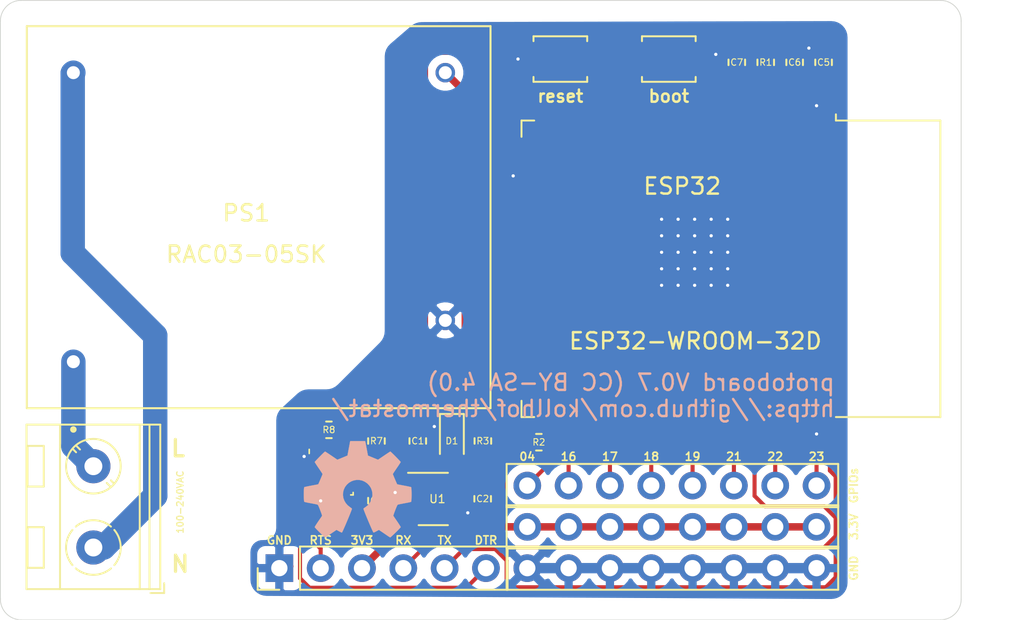
<source format=kicad_pcb>
(kicad_pcb (version 20171130) (host pcbnew "(5.1.5-0-10_14)")

  (general
    (thickness 1.6)
    (drawings 26)
    (tracks 312)
    (zones 0)
    (modules 27)
    (nets 42)
  )

  (page A4)
  (layers
    (0 F.Cu signal)
    (31 B.Cu signal)
    (32 B.Adhes user)
    (33 F.Adhes user)
    (34 B.Paste user)
    (35 F.Paste user)
    (36 B.SilkS user)
    (37 F.SilkS user)
    (38 B.Mask user)
    (39 F.Mask user)
    (40 Dwgs.User user)
    (41 Cmts.User user)
    (42 Eco1.User user)
    (43 Eco2.User user)
    (44 Edge.Cuts user)
    (45 Margin user)
    (46 B.CrtYd user)
    (47 F.CrtYd user)
    (48 B.Fab user)
    (49 F.Fab user)
  )

  (setup
    (last_trace_width 0.25)
    (user_trace_width 0.25)
    (user_trace_width 0.45)
    (user_trace_width 2)
    (trace_clearance 0.2)
    (zone_clearance 0.508)
    (zone_45_only no)
    (trace_min 0.2)
    (via_size 0.4)
    (via_drill 0.2)
    (via_min_size 0.4)
    (via_min_drill 0.2)
    (user_via 0.4 0.2)
    (user_via 0.45 0.2)
    (user_via 0.8 0.4)
    (uvia_size 0.3)
    (uvia_drill 0.1)
    (uvias_allowed no)
    (uvia_min_size 0.2)
    (uvia_min_drill 0.1)
    (edge_width 0.05)
    (segment_width 0.2)
    (pcb_text_width 0.3)
    (pcb_text_size 1.5 1.5)
    (mod_edge_width 0.12)
    (mod_text_size 1 1)
    (mod_text_width 0.15)
    (pad_size 2.1 2.1)
    (pad_drill 0.8)
    (pad_to_mask_clearance 0.051)
    (solder_mask_min_width 0.25)
    (aux_axis_origin 0 0)
    (grid_origin 53.467 76.6318)
    (visible_elements FFFFFF7F)
    (pcbplotparams
      (layerselection 0x010fc_ffffffff)
      (usegerberextensions false)
      (usegerberattributes false)
      (usegerberadvancedattributes false)
      (creategerberjobfile false)
      (excludeedgelayer true)
      (linewidth 0.100000)
      (plotframeref false)
      (viasonmask false)
      (mode 1)
      (useauxorigin false)
      (hpglpennumber 1)
      (hpglpenspeed 20)
      (hpglpendiameter 15.000000)
      (psnegative false)
      (psa4output false)
      (plotreference true)
      (plotvalue true)
      (plotinvisibletext false)
      (padsonsilk false)
      (subtractmaskfromsilk false)
      (outputformat 1)
      (mirror false)
      (drillshape 0)
      (scaleselection 1)
      (outputdirectory "output/"))
  )

  (net 0 "")
  (net 1 GND)
  (net 2 "Net-(ESP32-Pad32)")
  (net 3 "Net-(ESP32-Pad29)")
  (net 4 "Net-(ESP32-Pad23)")
  (net 5 "Net-(ESP32-Pad22)")
  (net 6 "Net-(ESP32-Pad21)")
  (net 7 "Net-(ESP32-Pad20)")
  (net 8 "Net-(ESP32-Pad19)")
  (net 9 "Net-(ESP32-Pad18)")
  (net 10 "Net-(ESP32-Pad17)")
  (net 11 "Net-(ESP32-Pad10)")
  (net 12 "Net-(ESP32-Pad9)")
  (net 13 "Net-(ESP32-Pad8)")
  (net 14 "Net-(ESP32-Pad7)")
  (net 15 "Net-(ESP32-Pad6)")
  (net 16 "Net-(ESP32-Pad5)")
  (net 17 "Net-(ESP32-Pad4)")
  (net 18 "Net-(D1-Pad2)")
  (net 19 /L)
  (net 20 /N)
  (net 21 +3V3)
  (net 22 EN)
  (net 23 boot)
  (net 24 +5V)
  (net 25 IO23)
  (net 26 IO22)
  (net 27 TX)
  (net 28 RX)
  (net 29 IO21)
  (net 30 IO19)
  (net 31 IO18)
  (net 32 IO17)
  (net 33 IO16)
  (net 34 IO4)
  (net 35 IO13)
  (net 36 IO14)
  (net 37 "Net-(U1-Pad4)")
  (net 38 "Net-(ESP32-Pad14)")
  (net 39 IO27)
  (net 40 IO26)
  (net 41 "Net-(ESP32-Pad24)")

  (net_class Default "This is the default net class."
    (clearance 0.2)
    (trace_width 0.25)
    (via_dia 0.4)
    (via_drill 0.2)
    (uvia_dia 0.3)
    (uvia_drill 0.1)
    (add_net EN)
    (add_net IO13)
    (add_net IO14)
    (add_net IO16)
    (add_net IO17)
    (add_net IO18)
    (add_net IO19)
    (add_net IO21)
    (add_net IO22)
    (add_net IO23)
    (add_net IO26)
    (add_net IO27)
    (add_net IO4)
    (add_net "Net-(D1-Pad2)")
    (add_net "Net-(ESP32-Pad10)")
    (add_net "Net-(ESP32-Pad14)")
    (add_net "Net-(ESP32-Pad17)")
    (add_net "Net-(ESP32-Pad18)")
    (add_net "Net-(ESP32-Pad19)")
    (add_net "Net-(ESP32-Pad20)")
    (add_net "Net-(ESP32-Pad21)")
    (add_net "Net-(ESP32-Pad22)")
    (add_net "Net-(ESP32-Pad23)")
    (add_net "Net-(ESP32-Pad24)")
    (add_net "Net-(ESP32-Pad29)")
    (add_net "Net-(ESP32-Pad32)")
    (add_net "Net-(ESP32-Pad4)")
    (add_net "Net-(ESP32-Pad5)")
    (add_net "Net-(ESP32-Pad6)")
    (add_net "Net-(ESP32-Pad7)")
    (add_net "Net-(ESP32-Pad8)")
    (add_net "Net-(ESP32-Pad9)")
    (add_net "Net-(U1-Pad4)")
    (add_net RX)
    (add_net TX)
    (add_net boot)
  )

  (net_class POWER ""
    (clearance 0.2)
    (trace_width 0.45)
    (via_dia 0.45)
    (via_drill 0.2)
    (uvia_dia 0.3)
    (uvia_drill 0.1)
    (add_net +3V3)
    (add_net +5V)
    (add_net GND)
  )

  (net_class VAC ""
    (clearance 2)
    (trace_width 1.5)
    (via_dia 0.8)
    (via_drill 0.4)
    (uvia_dia 0.3)
    (uvia_drill 0.1)
    (add_net /L)
    (add_net /N)
  )

  (module Symbol:OSHW-Symbol_6.7x6mm_SilkScreen (layer B.Cu) (tedit 0) (tstamp 5E2AC249)
    (at 54.356 77.7113 180)
    (descr "Open Source Hardware Symbol")
    (tags "Logo Symbol OSHW")
    (path /5E289036)
    (attr virtual)
    (fp_text reference LOGO1 (at 0 0) (layer B.SilkS) hide
      (effects (font (size 1 1) (thickness 0.15)) (justify mirror))
    )
    (fp_text value Logo_Open_Hardware_Small (at 0.75 0) (layer B.Fab) hide
      (effects (font (size 1 1) (thickness 0.15)) (justify mirror))
    )
    (fp_poly (pts (xy 0.555814 2.531069) (xy 0.639635 2.086445) (xy 0.94892 1.958947) (xy 1.258206 1.831449)
      (xy 1.629246 2.083754) (xy 1.733157 2.154004) (xy 1.827087 2.216728) (xy 1.906652 2.269062)
      (xy 1.96747 2.308143) (xy 2.005157 2.331107) (xy 2.015421 2.336058) (xy 2.03391 2.323324)
      (xy 2.07342 2.288118) (xy 2.129522 2.234938) (xy 2.197787 2.168282) (xy 2.273786 2.092646)
      (xy 2.353092 2.012528) (xy 2.431275 1.932426) (xy 2.503907 1.856836) (xy 2.566559 1.790255)
      (xy 2.614803 1.737182) (xy 2.64421 1.702113) (xy 2.651241 1.690377) (xy 2.641123 1.66874)
      (xy 2.612759 1.621338) (xy 2.569129 1.552807) (xy 2.513218 1.467785) (xy 2.448006 1.370907)
      (xy 2.410219 1.31565) (xy 2.341343 1.214752) (xy 2.28014 1.123701) (xy 2.229578 1.04703)
      (xy 2.192628 0.989272) (xy 2.172258 0.954957) (xy 2.169197 0.947746) (xy 2.176136 0.927252)
      (xy 2.195051 0.879487) (xy 2.223087 0.811168) (xy 2.257391 0.729011) (xy 2.295109 0.63973)
      (xy 2.333387 0.550042) (xy 2.36937 0.466662) (xy 2.400206 0.396306) (xy 2.423039 0.34569)
      (xy 2.435017 0.321529) (xy 2.435724 0.320578) (xy 2.454531 0.315964) (xy 2.504618 0.305672)
      (xy 2.580793 0.290713) (xy 2.677865 0.272099) (xy 2.790643 0.250841) (xy 2.856442 0.238582)
      (xy 2.97695 0.215638) (xy 3.085797 0.193805) (xy 3.177476 0.174278) (xy 3.246481 0.158252)
      (xy 3.287304 0.146921) (xy 3.295511 0.143326) (xy 3.303548 0.118994) (xy 3.310033 0.064041)
      (xy 3.31497 -0.015108) (xy 3.318364 -0.112026) (xy 3.320218 -0.220287) (xy 3.320538 -0.333465)
      (xy 3.319327 -0.445135) (xy 3.31659 -0.548868) (xy 3.312331 -0.638241) (xy 3.306555 -0.706826)
      (xy 3.299267 -0.748197) (xy 3.294895 -0.75681) (xy 3.268764 -0.767133) (xy 3.213393 -0.781892)
      (xy 3.136107 -0.799352) (xy 3.04423 -0.81778) (xy 3.012158 -0.823741) (xy 2.857524 -0.852066)
      (xy 2.735375 -0.874876) (xy 2.641673 -0.89308) (xy 2.572384 -0.907583) (xy 2.523471 -0.919292)
      (xy 2.490897 -0.929115) (xy 2.470628 -0.937956) (xy 2.458626 -0.946724) (xy 2.456947 -0.948457)
      (xy 2.440184 -0.976371) (xy 2.414614 -1.030695) (xy 2.382788 -1.104777) (xy 2.34726 -1.191965)
      (xy 2.310583 -1.285608) (xy 2.275311 -1.379052) (xy 2.243996 -1.465647) (xy 2.219193 -1.53874)
      (xy 2.203454 -1.591678) (xy 2.199332 -1.617811) (xy 2.199676 -1.618726) (xy 2.213641 -1.640086)
      (xy 2.245322 -1.687084) (xy 2.291391 -1.754827) (xy 2.348518 -1.838423) (xy 2.413373 -1.932982)
      (xy 2.431843 -1.959854) (xy 2.497699 -2.057275) (xy 2.55565 -2.146163) (xy 2.602538 -2.221412)
      (xy 2.635207 -2.27792) (xy 2.6505 -2.310581) (xy 2.651241 -2.314593) (xy 2.638392 -2.335684)
      (xy 2.602888 -2.377464) (xy 2.549293 -2.435445) (xy 2.482171 -2.505135) (xy 2.406087 -2.582045)
      (xy 2.325604 -2.661683) (xy 2.245287 -2.739561) (xy 2.169699 -2.811186) (xy 2.103405 -2.87207)
      (xy 2.050969 -2.917721) (xy 2.016955 -2.94365) (xy 2.007545 -2.947883) (xy 1.985643 -2.937912)
      (xy 1.9408 -2.91102) (xy 1.880321 -2.871736) (xy 1.833789 -2.840117) (xy 1.749475 -2.782098)
      (xy 1.649626 -2.713784) (xy 1.549473 -2.645579) (xy 1.495627 -2.609075) (xy 1.313371 -2.4858)
      (xy 1.160381 -2.56852) (xy 1.090682 -2.604759) (xy 1.031414 -2.632926) (xy 0.991311 -2.648991)
      (xy 0.981103 -2.651226) (xy 0.968829 -2.634722) (xy 0.944613 -2.588082) (xy 0.910263 -2.515609)
      (xy 0.867588 -2.421606) (xy 0.818394 -2.310374) (xy 0.76449 -2.186215) (xy 0.707684 -2.053432)
      (xy 0.649782 -1.916327) (xy 0.592593 -1.779202) (xy 0.537924 -1.646358) (xy 0.487584 -1.522098)
      (xy 0.44338 -1.410725) (xy 0.407119 -1.316539) (xy 0.380609 -1.243844) (xy 0.365658 -1.196941)
      (xy 0.363254 -1.180833) (xy 0.382311 -1.160286) (xy 0.424036 -1.126933) (xy 0.479706 -1.087702)
      (xy 0.484378 -1.084599) (xy 0.628264 -0.969423) (xy 0.744283 -0.835053) (xy 0.83143 -0.685784)
      (xy 0.888699 -0.525913) (xy 0.915086 -0.359737) (xy 0.909585 -0.191552) (xy 0.87119 -0.025655)
      (xy 0.798895 0.133658) (xy 0.777626 0.168513) (xy 0.666996 0.309263) (xy 0.536302 0.422286)
      (xy 0.390064 0.506997) (xy 0.232808 0.562806) (xy 0.069057 0.589126) (xy -0.096667 0.58537)
      (xy -0.259838 0.55095) (xy -0.415935 0.485277) (xy -0.560433 0.387765) (xy -0.605131 0.348187)
      (xy -0.718888 0.224297) (xy -0.801782 0.093876) (xy -0.858644 -0.052315) (xy -0.890313 -0.197088)
      (xy -0.898131 -0.35986) (xy -0.872062 -0.52344) (xy -0.814755 -0.682298) (xy -0.728856 -0.830906)
      (xy -0.617014 -0.963735) (xy -0.481877 -1.075256) (xy -0.464117 -1.087011) (xy -0.40785 -1.125508)
      (xy -0.365077 -1.158863) (xy -0.344628 -1.18016) (xy -0.344331 -1.180833) (xy -0.348721 -1.203871)
      (xy -0.366124 -1.256157) (xy -0.394732 -1.33339) (xy -0.432735 -1.431268) (xy -0.478326 -1.545491)
      (xy -0.529697 -1.671758) (xy -0.585038 -1.805767) (xy -0.642542 -1.943218) (xy -0.700399 -2.079808)
      (xy -0.756802 -2.211237) (xy -0.809942 -2.333205) (xy -0.85801 -2.441409) (xy -0.899199 -2.531549)
      (xy -0.931699 -2.599323) (xy -0.953703 -2.64043) (xy -0.962564 -2.651226) (xy -0.98964 -2.642819)
      (xy -1.040303 -2.620272) (xy -1.105817 -2.587613) (xy -1.141841 -2.56852) (xy -1.294832 -2.4858)
      (xy -1.477088 -2.609075) (xy -1.570125 -2.672228) (xy -1.671985 -2.741727) (xy -1.767438 -2.807165)
      (xy -1.81525 -2.840117) (xy -1.882495 -2.885273) (xy -1.939436 -2.921057) (xy -1.978646 -2.942938)
      (xy -1.991381 -2.947563) (xy -2.009917 -2.935085) (xy -2.050941 -2.900252) (xy -2.110475 -2.846678)
      (xy -2.184542 -2.777983) (xy -2.269165 -2.697781) (xy -2.322685 -2.646286) (xy -2.416319 -2.554286)
      (xy -2.497241 -2.471999) (xy -2.562177 -2.402945) (xy -2.607858 -2.350644) (xy -2.631011 -2.318616)
      (xy -2.633232 -2.312116) (xy -2.622924 -2.287394) (xy -2.594439 -2.237405) (xy -2.550937 -2.167212)
      (xy -2.495577 -2.081875) (xy -2.43152 -1.986456) (xy -2.413303 -1.959854) (xy -2.346927 -1.863167)
      (xy -2.287378 -1.776117) (xy -2.237984 -1.703595) (xy -2.202075 -1.650493) (xy -2.182981 -1.621703)
      (xy -2.181136 -1.618726) (xy -2.183895 -1.595782) (xy -2.198538 -1.545336) (xy -2.222513 -1.474041)
      (xy -2.253266 -1.388547) (xy -2.288244 -1.295507) (xy -2.324893 -1.201574) (xy -2.360661 -1.113399)
      (xy -2.392994 -1.037634) (xy -2.419338 -0.980931) (xy -2.437142 -0.949943) (xy -2.438407 -0.948457)
      (xy -2.449294 -0.939601) (xy -2.467682 -0.930843) (xy -2.497606 -0.921277) (xy -2.543103 -0.909996)
      (xy -2.608209 -0.896093) (xy -2.696961 -0.878663) (xy -2.813393 -0.856798) (xy -2.961542 -0.829591)
      (xy -2.993618 -0.823741) (xy -3.088686 -0.805374) (xy -3.171565 -0.787405) (xy -3.23493 -0.771569)
      (xy -3.271458 -0.7596) (xy -3.276356 -0.75681) (xy -3.284427 -0.732072) (xy -3.290987 -0.67679)
      (xy -3.296033 -0.597389) (xy -3.299559 -0.500296) (xy -3.301561 -0.391938) (xy -3.302036 -0.27874)
      (xy -3.300977 -0.167128) (xy -3.298382 -0.063529) (xy -3.294246 0.025632) (xy -3.288563 0.093928)
      (xy -3.281331 0.134934) (xy -3.276971 0.143326) (xy -3.252698 0.151792) (xy -3.197426 0.165565)
      (xy -3.116662 0.18345) (xy -3.015912 0.204252) (xy -2.900683 0.226777) (xy -2.837902 0.238582)
      (xy -2.718787 0.260849) (xy -2.612565 0.281021) (xy -2.524427 0.298085) (xy -2.459566 0.311031)
      (xy -2.423174 0.318845) (xy -2.417184 0.320578) (xy -2.407061 0.34011) (xy -2.385662 0.387157)
      (xy -2.355839 0.454997) (xy -2.320445 0.536909) (xy -2.282332 0.626172) (xy -2.244353 0.716065)
      (xy -2.20936 0.799865) (xy -2.180206 0.870853) (xy -2.159743 0.922306) (xy -2.150823 0.947503)
      (xy -2.150657 0.948604) (xy -2.160769 0.968481) (xy -2.189117 1.014223) (xy -2.232723 1.081283)
      (xy -2.288606 1.165116) (xy -2.353787 1.261174) (xy -2.391679 1.31635) (xy -2.460725 1.417519)
      (xy -2.52205 1.50937) (xy -2.572663 1.587256) (xy -2.609571 1.646531) (xy -2.629782 1.682549)
      (xy -2.632701 1.690623) (xy -2.620153 1.709416) (xy -2.585463 1.749543) (xy -2.533063 1.806507)
      (xy -2.467384 1.875815) (xy -2.392856 1.952969) (xy -2.313913 2.033475) (xy -2.234983 2.112837)
      (xy -2.1605 2.18656) (xy -2.094894 2.250148) (xy -2.042596 2.299106) (xy -2.008039 2.328939)
      (xy -1.996478 2.336058) (xy -1.977654 2.326047) (xy -1.932631 2.297922) (xy -1.865787 2.254546)
      (xy -1.781499 2.198782) (xy -1.684144 2.133494) (xy -1.610707 2.083754) (xy -1.239667 1.831449)
      (xy -0.621095 2.086445) (xy -0.537275 2.531069) (xy -0.453454 2.975693) (xy 0.471994 2.975693)
      (xy 0.555814 2.531069)) (layer B.SilkS) (width 0.01))
  )

  (module RAC03-05SK:CONV_RAC03-05SK locked (layer F.Cu) (tedit 5E29D990) (tstamp 5E227AB4)
    (at 48.26 60.96 90)
    (path /5E188AC8)
    (fp_text reference PS1 (at 0.254 -0.762) (layer F.SilkS)
      (effects (font (size 1 1) (thickness 0.15)))
    )
    (fp_text value RAC03-05SK (at -2.286 -0.762) (layer F.SilkS)
      (effects (font (size 1 1) (thickness 0.15)))
    )
    (fp_line (start -11.75 -14.25) (end -11.75 14.25) (layer F.SilkS) (width 0.127))
    (fp_line (start -11.75 14.25) (end 11.75 14.25) (layer F.SilkS) (width 0.127))
    (fp_line (start 11.75 14.25) (end 11.75 -14.25) (layer F.SilkS) (width 0.127))
    (fp_line (start 11.75 -14.25) (end -11.75 -14.25) (layer F.SilkS) (width 0.127))
    (fp_circle (center -13.06 -11.39) (end -12.96 -11.39) (layer F.SilkS) (width 0.2))
    (fp_circle (center -13.06 -11.39) (end -12.96 -11.39) (layer F.Fab) (width 0.2))
    (fp_line (start -12 14.5) (end -12 -14.5) (layer F.CrtYd) (width 0.05))
    (fp_line (start -12 14.5) (end 12 14.5) (layer F.CrtYd) (width 0.05))
    (fp_line (start 12 -14.5) (end 12 14.5) (layer F.CrtYd) (width 0.05))
    (fp_line (start 12 -14.5) (end -12 -14.5) (layer F.CrtYd) (width 0.05))
    (fp_line (start -11.75 -14.25) (end -11.75 14.25) (layer F.Fab) (width 0.127))
    (fp_line (start -11.75 14.25) (end 11.75 14.25) (layer F.Fab) (width 0.127))
    (fp_line (start 11.75 14.25) (end 11.75 -14.25) (layer F.Fab) (width 0.127))
    (fp_line (start 11.75 -14.25) (end -11.75 -14.25) (layer F.Fab) (width 0.127))
    (pad 2 thru_hole circle (at -6.35 11.47 90) (size 1.2 1.2) (drill 0.8) (layers *.Cu *.Mask)
      (net 1 GND))
    (pad 3 thru_hole circle (at 8.89 11.47 90) (size 1.2 1.2) (drill 0.8) (layers *.Cu *.Mask)
      (net 24 +5V))
    (pad 4 thru_hole circle (at 8.89 -11.39 90) (size 1.2 1.2) (drill 0.8) (layers *.Cu *.Mask)
      (net 20 /N))
    (pad 1 thru_hole circle (at -8.89 -11.39 90) (size 1.2 1.2) (drill 0.8) (layers *.Cu *.Mask)
      (net 19 /L))
  )

  (module TerminalBlock_RND:TerminalBlock_RND_205-00045_1x02_P5.00mm_Horizontal locked (layer F.Cu) (tedit 5E29D920) (tstamp 5E1B7751)
    (at 38.1 81.28 90)
    (descr "terminal block RND 205-00045, 2 pins, pitch 5mm, size 10x8.1mm^2, drill diamater 1.1mm, pad diameter 2.1mm, see http://cdn-reichelt.de/documents/datenblatt/C151/RND_205-00045_DB_EN.pdf, script-generated using https://github.com/pointhi/kicad-footprint-generator/scripts/TerminalBlock_RND")
    (tags "THT terminal block RND 205-00045 pitch 5mm size 10x8.1mm^2 drill 1.1mm pad 2.1mm")
    (path /5E198F28)
    (fp_text reference J1 (at 2.5 -5.11 90) (layer F.SilkS) hide
      (effects (font (size 1 1) (thickness 0.15)))
    )
    (fp_text value 230AC (at 2.5 5.11 90) (layer F.Fab) hide
      (effects (font (size 1 1) (thickness 0.15)))
    )
    (fp_text user %R (at 2.5 -5.11 90) (layer F.Fab) hide
      (effects (font (size 1 1) (thickness 0.15)))
    )
    (fp_line (start 8 -4.55) (end -3 -4.55) (layer F.CrtYd) (width 0.05))
    (fp_line (start 8 4.55) (end 8 -4.55) (layer F.CrtYd) (width 0.05))
    (fp_line (start -3 4.55) (end 8 4.55) (layer F.CrtYd) (width 0.05))
    (fp_line (start -3 -4.55) (end -3 4.55) (layer F.CrtYd) (width 0.05))
    (fp_line (start -2.8 4.35) (end -2.2 4.35) (layer F.SilkS) (width 0.12))
    (fp_line (start -2.8 3.51) (end -2.8 4.35) (layer F.SilkS) (width 0.12))
    (fp_line (start 6.25 -4.05) (end 6.25 -3.05) (layer F.SilkS) (width 0.12))
    (fp_line (start 3.75 -4.05) (end 3.75 -3.05) (layer F.SilkS) (width 0.12))
    (fp_line (start 3.75 -3.05) (end 6.25 -3.05) (layer F.SilkS) (width 0.12))
    (fp_line (start 3.75 -4.05) (end 6.25 -4.05) (layer F.SilkS) (width 0.12))
    (fp_line (start 6.25 -4.05) (end 3.75 -4.05) (layer F.Fab) (width 0.1))
    (fp_line (start 6.25 -3.05) (end 6.25 -4.05) (layer F.Fab) (width 0.1))
    (fp_line (start 3.75 -3.05) (end 6.25 -3.05) (layer F.Fab) (width 0.1))
    (fp_line (start 3.75 -4.05) (end 3.75 -3.05) (layer F.Fab) (width 0.1))
    (fp_line (start 3.972 0.823) (end 3.726 1.069) (layer F.SilkS) (width 0.12))
    (fp_line (start 6.07 -1.275) (end 5.859 -1.064) (layer F.SilkS) (width 0.12))
    (fp_line (start 4.13 1.075) (end 3.931 1.274) (layer F.SilkS) (width 0.12))
    (fp_line (start 6.275 -1.069) (end 6.029 -0.823) (layer F.SilkS) (width 0.12))
    (fp_line (start 5.955 -1.138) (end 3.863 0.955) (layer F.Fab) (width 0.1))
    (fp_line (start 6.138 -0.955) (end 4.046 1.138) (layer F.Fab) (width 0.1))
    (fp_line (start 1.25 -4.05) (end 1.25 -3.05) (layer F.SilkS) (width 0.12))
    (fp_line (start -1.25 -4.05) (end -1.25 -3.05) (layer F.SilkS) (width 0.12))
    (fp_line (start -1.25 -3.05) (end 1.25 -3.05) (layer F.SilkS) (width 0.12))
    (fp_line (start -1.25 -4.05) (end 1.25 -4.05) (layer F.SilkS) (width 0.12))
    (fp_line (start 1.25 -4.05) (end -1.25 -4.05) (layer F.Fab) (width 0.1))
    (fp_line (start 1.25 -3.05) (end 1.25 -4.05) (layer F.Fab) (width 0.1))
    (fp_line (start -1.25 -3.05) (end 1.25 -3.05) (layer F.Fab) (width 0.1))
    (fp_line (start -1.25 -4.05) (end -1.25 -3.05) (layer F.Fab) (width 0.1))
    (fp_line (start 0.955 -1.138) (end -1.138 0.955) (layer F.Fab) (width 0.1))
    (fp_line (start 1.138 -0.955) (end -0.955 1.138) (layer F.Fab) (width 0.1))
    (fp_line (start 7.56 -4.11) (end 7.56 4.11) (layer F.SilkS) (width 0.12))
    (fp_line (start -2.56 -4.11) (end -2.56 4.11) (layer F.SilkS) (width 0.12))
    (fp_line (start -2.56 4.11) (end 7.56 4.11) (layer F.SilkS) (width 0.12))
    (fp_line (start -2.56 -4.11) (end 7.56 -4.11) (layer F.SilkS) (width 0.12))
    (fp_line (start -2.56 -2.05) (end 7.56 -2.05) (layer F.SilkS) (width 0.12))
    (fp_line (start -2.5 -2.05) (end 7.5 -2.05) (layer F.Fab) (width 0.1))
    (fp_line (start -2.56 2.85) (end 7.56 2.85) (layer F.SilkS) (width 0.12))
    (fp_line (start -2.5 2.85) (end 7.5 2.85) (layer F.Fab) (width 0.1))
    (fp_line (start -2.56 3.45) (end 7.56 3.45) (layer F.SilkS) (width 0.12))
    (fp_line (start -2.5 3.45) (end 7.5 3.45) (layer F.Fab) (width 0.1))
    (fp_line (start -2.5 3.45) (end -2.5 -4.05) (layer F.Fab) (width 0.1))
    (fp_line (start -1.9 4.05) (end -2.5 3.45) (layer F.Fab) (width 0.1))
    (fp_line (start 7.5 4.05) (end -1.9 4.05) (layer F.Fab) (width 0.1))
    (fp_line (start 7.5 -4.05) (end 7.5 4.05) (layer F.Fab) (width 0.1))
    (fp_line (start -2.5 -4.05) (end 7.5 -4.05) (layer F.Fab) (width 0.1))
    (fp_circle (center 5 0) (end 6.68 0) (layer F.SilkS) (width 0.12))
    (fp_circle (center 5 0) (end 6.5 0) (layer F.Fab) (width 0.1))
    (fp_circle (center 0 0) (end 1.5 0) (layer F.Fab) (width 0.1))
    (fp_arc (start 0 0) (end -1.081 1.287) (angle -41) (layer F.SilkS) (width 0.12))
    (fp_arc (start 0 0) (end -1.287 -1.081) (angle -80) (layer F.SilkS) (width 0.12))
    (fp_arc (start 0 0) (end 1.08 -1.287) (angle -80) (layer F.SilkS) (width 0.12))
    (fp_arc (start 0 0) (end 1.287 1.08) (angle -80) (layer F.SilkS) (width 0.12))
    (fp_arc (start 0 0) (end 0 1.68) (angle -40) (layer F.SilkS) (width 0.12))
    (pad 2 thru_hole circle (at 5 0 90) (size 2.1 2.1) (drill 1.1) (layers *.Cu *.Mask)
      (net 19 /L))
    (pad 1 thru_hole circle (at 0 0 90) (size 2.1 2.1) (drill 1.1) (layers *.Cu *.Mask)
      (net 20 /N))
    (model ${KISYS3DMOD}/TerminalBlock_RND.3dshapes/TerminalBlock_RND_205-00045_1x02_P5.00mm_Horizontal.wrl
      (at (xyz 0 0 0))
      (scale (xyz 1 1 1))
      (rotate (xyz 0 0 0))
    )
  )

  (module Capacitor_SMD:C_0603_1608Metric_Pad1.05x0.95mm_HandSolder (layer F.Cu) (tedit 5B301BBE) (tstamp 5E1DBB5F)
    (at 62.0268 78.2828 270)
    (descr "Capacitor SMD 0603 (1608 Metric), square (rectangular) end terminal, IPC_7351 nominal with elongated pad for handsoldering. (Body size source: http://www.tortai-tech.com/upload/download/2011102023233369053.pdf), generated with kicad-footprint-generator")
    (tags "capacitor handsolder")
    (path /5E18D490)
    (attr smd)
    (fp_text reference C2 (at 0 -1.43 90) (layer F.SilkS) hide
      (effects (font (size 1 1) (thickness 0.15)))
    )
    (fp_text value 2.2uF (at 0 1.43 90) (layer F.Fab) hide
      (effects (font (size 1 1) (thickness 0.15)))
    )
    (fp_line (start -0.8 0.4) (end -0.8 -0.4) (layer F.Fab) (width 0.1))
    (fp_line (start -0.8 -0.4) (end 0.8 -0.4) (layer F.Fab) (width 0.1))
    (fp_line (start 0.8 -0.4) (end 0.8 0.4) (layer F.Fab) (width 0.1))
    (fp_line (start 0.8 0.4) (end -0.8 0.4) (layer F.Fab) (width 0.1))
    (fp_line (start -0.171267 -0.51) (end 0.171267 -0.51) (layer F.SilkS) (width 0.12))
    (fp_line (start -0.171267 0.51) (end 0.171267 0.51) (layer F.SilkS) (width 0.12))
    (fp_line (start -1.65 0.73) (end -1.65 -0.73) (layer F.CrtYd) (width 0.05))
    (fp_line (start -1.65 -0.73) (end 1.65 -0.73) (layer F.CrtYd) (width 0.05))
    (fp_line (start 1.65 -0.73) (end 1.65 0.73) (layer F.CrtYd) (width 0.05))
    (fp_line (start 1.65 0.73) (end -1.65 0.73) (layer F.CrtYd) (width 0.05))
    (fp_text user %R (at 0 0 180) (layer F.SilkS)
      (effects (font (size 0.4 0.4) (thickness 0.06)))
    )
    (pad 1 smd roundrect (at -0.875 0 270) (size 1.05 0.95) (layers F.Cu F.Paste F.Mask) (roundrect_rratio 0.25)
      (net 21 +3V3))
    (pad 2 smd roundrect (at 0.875 0 270) (size 1.05 0.95) (layers F.Cu F.Paste F.Mask) (roundrect_rratio 0.25)
      (net 1 GND))
    (model ${KISYS3DMOD}/Capacitor_SMD.3dshapes/C_0603_1608Metric.wrl
      (at (xyz 0 0 0))
      (scale (xyz 1 1 1))
      (rotate (xyz 0 0 0))
    )
  )

  (module Package_LGA:Bosch_LGA-8_2.5x2.5mm_P0.65mm_ClockwisePinNumbering (layer F.Cu) (tedit 5A0FA816) (tstamp 5E2B1ECC)
    (at 52.7177 76.6953)
    (descr LGA-8)
    (tags "lga land grid array")
    (path /5E3F0193)
    (attr smd)
    (fp_text reference U2 (at 0.015 -2.465) (layer F.SilkS) hide
      (effects (font (size 1 1) (thickness 0.15)))
    )
    (fp_text value BME280 (at 0.015 2.535) (layer F.Fab) hide
      (effects (font (size 1 1) (thickness 0.15)))
    )
    (fp_line (start 1.41 1.54) (end -1.41 1.54) (layer F.CrtYd) (width 0.05))
    (fp_line (start 1.41 -1.54) (end 1.41 1.54) (layer F.CrtYd) (width 0.05))
    (fp_line (start -1.41 -1.54) (end 1.41 -1.54) (layer F.CrtYd) (width 0.05))
    (fp_line (start -1.41 1.54) (end -1.41 -1.54) (layer F.CrtYd) (width 0.05))
    (fp_line (start 1.25 1.25) (end -1.25 1.25) (layer F.Fab) (width 0.1))
    (fp_line (start 1.25 -1.25) (end 1.25 1.25) (layer F.Fab) (width 0.1))
    (fp_line (start -0.5 -1.25) (end 1.25 -1.25) (layer F.Fab) (width 0.1))
    (fp_line (start -1.25 1.25) (end -1.25 -0.5) (layer F.Fab) (width 0.1))
    (fp_line (start -1.35 -1.2) (end -1.35 -1.45) (layer F.SilkS) (width 0.1))
    (fp_line (start 1.35 -1.35) (end 1.35 -1.2) (layer F.SilkS) (width 0.1))
    (fp_line (start 1.2 -1.35) (end 1.35 -1.35) (layer F.SilkS) (width 0.1))
    (fp_line (start 1.35 1.35) (end 1.2 1.35) (layer F.SilkS) (width 0.1))
    (fp_line (start 1.35 1.35) (end 1.35 1.2) (layer F.SilkS) (width 0.1))
    (fp_line (start -1.35 1.35) (end -1.35 1.2) (layer F.SilkS) (width 0.1))
    (fp_line (start -1.25 -0.5) (end -0.5 -1.25) (layer F.Fab) (width 0.1))
    (fp_line (start -1.35 1.36) (end -1.2 1.36) (layer F.SilkS) (width 0.1))
    (fp_text user %R (at 0 0 180) (layer F.SilkS)
      (effects (font (size 0.5 0.5) (thickness 0.075)))
    )
    (pad 5 smd rect (at 0.975 1.025 90) (size 0.5 0.35) (layers F.Cu F.Paste F.Mask)
      (net 1 GND))
    (pad 6 smd rect (at 0.325 1.025 90) (size 0.5 0.35) (layers F.Cu F.Paste F.Mask)
      (net 21 +3V3))
    (pad 7 smd rect (at -0.325 1.025 90) (size 0.5 0.35) (layers F.Cu F.Paste F.Mask)
      (net 1 GND))
    (pad 8 smd rect (at -0.975 1.025 90) (size 0.5 0.35) (layers F.Cu F.Paste F.Mask)
      (net 21 +3V3))
    (pad 1 smd rect (at -0.975 -1.025 90) (size 0.5 0.35) (layers F.Cu F.Paste F.Mask)
      (net 1 GND))
    (pad 2 smd rect (at -0.325 -1.025 90) (size 0.5 0.35) (layers F.Cu F.Paste F.Mask)
      (net 21 +3V3))
    (pad 3 smd rect (at 0.325 -1.025 90) (size 0.5 0.35) (layers F.Cu F.Paste F.Mask)
      (net 40 IO26))
    (pad 4 smd rect (at 0.975 -1.025 90) (size 0.5 0.35) (layers F.Cu F.Paste F.Mask)
      (net 39 IO27))
    (model ${KISYS3DMOD}/Package_LGA.3dshapes/Bosch_LGA-8_2.5x2.5mm_P0.65mm_ClockwisePinNumbering.wrl
      (offset (xyz 0.01500000025472259 -0.03500000059435272 0))
      (scale (xyz 1 1 1))
      (rotate (xyz 0 0 0))
    )
  )

  (module Package_TO_SOT_SMD:SOT-23-5 (layer F.Cu) (tedit 5A02FF57) (tstamp 5E289357)
    (at 58.9915 78.2955)
    (descr "5-pin SOT23 package")
    (tags SOT-23-5)
    (path /5E282F83)
    (attr smd)
    (fp_text reference U1 (at 0 -2.9) (layer F.SilkS) hide
      (effects (font (size 1 1) (thickness 0.15)))
    )
    (fp_text value AP2112K-3.3 (at 0 2.9) (layer F.Fab) hide
      (effects (font (size 1 1) (thickness 0.15)))
    )
    (fp_text user %R (at 0.254 0 180) (layer F.SilkS)
      (effects (font (size 0.5 0.5) (thickness 0.075)))
    )
    (fp_line (start -0.9 1.61) (end 0.9 1.61) (layer F.SilkS) (width 0.12))
    (fp_line (start 0.9 -1.61) (end -1.55 -1.61) (layer F.SilkS) (width 0.12))
    (fp_line (start -1.9 -1.8) (end 1.9 -1.8) (layer F.CrtYd) (width 0.05))
    (fp_line (start 1.9 -1.8) (end 1.9 1.8) (layer F.CrtYd) (width 0.05))
    (fp_line (start 1.9 1.8) (end -1.9 1.8) (layer F.CrtYd) (width 0.05))
    (fp_line (start -1.9 1.8) (end -1.9 -1.8) (layer F.CrtYd) (width 0.05))
    (fp_line (start -0.9 -0.9) (end -0.25 -1.55) (layer F.Fab) (width 0.1))
    (fp_line (start 0.9 -1.55) (end -0.25 -1.55) (layer F.Fab) (width 0.1))
    (fp_line (start -0.9 -0.9) (end -0.9 1.55) (layer F.Fab) (width 0.1))
    (fp_line (start 0.9 1.55) (end -0.9 1.55) (layer F.Fab) (width 0.1))
    (fp_line (start 0.9 -1.55) (end 0.9 1.55) (layer F.Fab) (width 0.1))
    (pad 1 smd rect (at -1.1 -0.95) (size 1.06 0.65) (layers F.Cu F.Paste F.Mask)
      (net 24 +5V))
    (pad 2 smd rect (at -1.1 0) (size 1.06 0.65) (layers F.Cu F.Paste F.Mask)
      (net 1 GND))
    (pad 3 smd rect (at -1.1 0.95) (size 1.06 0.65) (layers F.Cu F.Paste F.Mask)
      (net 24 +5V))
    (pad 4 smd rect (at 1.1 0.95) (size 1.06 0.65) (layers F.Cu F.Paste F.Mask)
      (net 37 "Net-(U1-Pad4)"))
    (pad 5 smd rect (at 1.1 -0.95) (size 1.06 0.65) (layers F.Cu F.Paste F.Mask)
      (net 21 +3V3))
    (model ${KISYS3DMOD}/Package_TO_SOT_SMD.3dshapes/SOT-23-5.wrl
      (at (xyz 0 0 0))
      (scale (xyz 1 1 1))
      (rotate (xyz 0 0 0))
    )
  )

  (module Resistor_SMD:R_0603_1608Metric_Pad1.05x0.95mm_HandSolder (layer F.Cu) (tedit 5B301BBD) (tstamp 5E2AA9E8)
    (at 52.578 74.041)
    (descr "Resistor SMD 0603 (1608 Metric), square (rectangular) end terminal, IPC_7351 nominal with elongated pad for handsoldering. (Body size source: http://www.tortai-tech.com/upload/download/2011102023233369053.pdf), generated with kicad-footprint-generator")
    (tags "resistor handsolder")
    (path /5E42192A)
    (attr smd)
    (fp_text reference R8 (at 0 -1.43) (layer F.SilkS) hide
      (effects (font (size 1 1) (thickness 0.15)))
    )
    (fp_text value 4.7k (at 0 1.43) (layer F.Fab) hide
      (effects (font (size 1 1) (thickness 0.15)))
    )
    (fp_text user %R (at 0 0) (layer F.SilkS)
      (effects (font (size 0.4 0.4) (thickness 0.06)))
    )
    (fp_line (start 1.65 0.73) (end -1.65 0.73) (layer F.CrtYd) (width 0.05))
    (fp_line (start 1.65 -0.73) (end 1.65 0.73) (layer F.CrtYd) (width 0.05))
    (fp_line (start -1.65 -0.73) (end 1.65 -0.73) (layer F.CrtYd) (width 0.05))
    (fp_line (start -1.65 0.73) (end -1.65 -0.73) (layer F.CrtYd) (width 0.05))
    (fp_line (start -0.171267 0.51) (end 0.171267 0.51) (layer F.SilkS) (width 0.12))
    (fp_line (start -0.171267 -0.51) (end 0.171267 -0.51) (layer F.SilkS) (width 0.12))
    (fp_line (start 0.8 0.4) (end -0.8 0.4) (layer F.Fab) (width 0.1))
    (fp_line (start 0.8 -0.4) (end 0.8 0.4) (layer F.Fab) (width 0.1))
    (fp_line (start -0.8 -0.4) (end 0.8 -0.4) (layer F.Fab) (width 0.1))
    (fp_line (start -0.8 0.4) (end -0.8 -0.4) (layer F.Fab) (width 0.1))
    (pad 2 smd roundrect (at 0.875 0) (size 1.05 0.95) (layers F.Cu F.Paste F.Mask) (roundrect_rratio 0.25)
      (net 40 IO26))
    (pad 1 smd roundrect (at -0.875 0) (size 1.05 0.95) (layers F.Cu F.Paste F.Mask) (roundrect_rratio 0.25)
      (net 21 +3V3))
    (model ${KISYS3DMOD}/Resistor_SMD.3dshapes/R_0603_1608Metric.wrl
      (at (xyz 0 0 0))
      (scale (xyz 1 1 1))
      (rotate (xyz 0 0 0))
    )
  )

  (module Resistor_SMD:R_0603_1608Metric_Pad1.05x0.95mm_HandSolder (layer F.Cu) (tedit 5B301BBD) (tstamp 5E2AFB81)
    (at 55.499 74.7268 90)
    (descr "Resistor SMD 0603 (1608 Metric), square (rectangular) end terminal, IPC_7351 nominal with elongated pad for handsoldering. (Body size source: http://www.tortai-tech.com/upload/download/2011102023233369053.pdf), generated with kicad-footprint-generator")
    (tags "resistor handsolder")
    (path /5E3FC7D0)
    (attr smd)
    (fp_text reference R7 (at 0 -1.43 90) (layer F.SilkS) hide
      (effects (font (size 1 1) (thickness 0.15)))
    )
    (fp_text value 4.7k (at 0 1.43 90) (layer F.Fab) hide
      (effects (font (size 1 1) (thickness 0.15)))
    )
    (fp_text user %R (at 0 0 180) (layer F.SilkS)
      (effects (font (size 0.4 0.4) (thickness 0.06)))
    )
    (fp_line (start 1.65 0.73) (end -1.65 0.73) (layer F.CrtYd) (width 0.05))
    (fp_line (start 1.65 -0.73) (end 1.65 0.73) (layer F.CrtYd) (width 0.05))
    (fp_line (start -1.65 -0.73) (end 1.65 -0.73) (layer F.CrtYd) (width 0.05))
    (fp_line (start -1.65 0.73) (end -1.65 -0.73) (layer F.CrtYd) (width 0.05))
    (fp_line (start -0.171267 0.51) (end 0.171267 0.51) (layer F.SilkS) (width 0.12))
    (fp_line (start -0.171267 -0.51) (end 0.171267 -0.51) (layer F.SilkS) (width 0.12))
    (fp_line (start 0.8 0.4) (end -0.8 0.4) (layer F.Fab) (width 0.1))
    (fp_line (start 0.8 -0.4) (end 0.8 0.4) (layer F.Fab) (width 0.1))
    (fp_line (start -0.8 -0.4) (end 0.8 -0.4) (layer F.Fab) (width 0.1))
    (fp_line (start -0.8 0.4) (end -0.8 -0.4) (layer F.Fab) (width 0.1))
    (pad 2 smd roundrect (at 0.875 0 90) (size 1.05 0.95) (layers F.Cu F.Paste F.Mask) (roundrect_rratio 0.25)
      (net 39 IO27))
    (pad 1 smd roundrect (at -0.875 0 90) (size 1.05 0.95) (layers F.Cu F.Paste F.Mask) (roundrect_rratio 0.25)
      (net 21 +3V3))
    (model ${KISYS3DMOD}/Resistor_SMD.3dshapes/R_0603_1608Metric.wrl
      (at (xyz 0 0 0))
      (scale (xyz 1 1 1))
      (rotate (xyz 0 0 0))
    )
  )

  (module Capacitor_SMD:C_0603_1608Metric_Pad1.05x0.95mm_HandSolder (layer F.Cu) (tedit 5B301BBE) (tstamp 5E2AA080)
    (at 55.499 78.3971 90)
    (descr "Capacitor SMD 0603 (1608 Metric), square (rectangular) end terminal, IPC_7351 nominal with elongated pad for handsoldering. (Body size source: http://www.tortai-tech.com/upload/download/2011102023233369053.pdf), generated with kicad-footprint-generator")
    (tags "capacitor handsolder")
    (path /5E47F07F)
    (attr smd)
    (fp_text reference C4 (at 0 -1.43 90) (layer F.SilkS) hide
      (effects (font (size 1 1) (thickness 0.15)))
    )
    (fp_text value 0.1uF (at 0 1.43 90) (layer F.Fab) hide
      (effects (font (size 1 1) (thickness 0.15)))
    )
    (fp_text user %R (at 0 0 180) (layer F.SilkS)
      (effects (font (size 0.4 0.4) (thickness 0.06)))
    )
    (fp_line (start 1.65 0.73) (end -1.65 0.73) (layer F.CrtYd) (width 0.05))
    (fp_line (start 1.65 -0.73) (end 1.65 0.73) (layer F.CrtYd) (width 0.05))
    (fp_line (start -1.65 -0.73) (end 1.65 -0.73) (layer F.CrtYd) (width 0.05))
    (fp_line (start -1.65 0.73) (end -1.65 -0.73) (layer F.CrtYd) (width 0.05))
    (fp_line (start -0.171267 0.51) (end 0.171267 0.51) (layer F.SilkS) (width 0.12))
    (fp_line (start -0.171267 -0.51) (end 0.171267 -0.51) (layer F.SilkS) (width 0.12))
    (fp_line (start 0.8 0.4) (end -0.8 0.4) (layer F.Fab) (width 0.1))
    (fp_line (start 0.8 -0.4) (end 0.8 0.4) (layer F.Fab) (width 0.1))
    (fp_line (start -0.8 -0.4) (end 0.8 -0.4) (layer F.Fab) (width 0.1))
    (fp_line (start -0.8 0.4) (end -0.8 -0.4) (layer F.Fab) (width 0.1))
    (pad 2 smd roundrect (at 0.875 0 90) (size 1.05 0.95) (layers F.Cu F.Paste F.Mask) (roundrect_rratio 0.25)
      (net 1 GND))
    (pad 1 smd roundrect (at -0.875 0 90) (size 1.05 0.95) (layers F.Cu F.Paste F.Mask) (roundrect_rratio 0.25)
      (net 21 +3V3))
    (model ${KISYS3DMOD}/Capacitor_SMD.3dshapes/C_0603_1608Metric.wrl
      (at (xyz 0 0 0))
      (scale (xyz 1 1 1))
      (rotate (xyz 0 0 0))
    )
  )

  (module Capacitor_SMD:C_0603_1608Metric_Pad1.05x0.95mm_HandSolder (layer F.Cu) (tedit 5B301BBE) (tstamp 5E2A8C7E)
    (at 52.578 79.2988 180)
    (descr "Capacitor SMD 0603 (1608 Metric), square (rectangular) end terminal, IPC_7351 nominal with elongated pad for handsoldering. (Body size source: http://www.tortai-tech.com/upload/download/2011102023233369053.pdf), generated with kicad-footprint-generator")
    (tags "capacitor handsolder")
    (path /5E47D162)
    (attr smd)
    (fp_text reference C3 (at 0 -1.43) (layer F.SilkS) hide
      (effects (font (size 1 1) (thickness 0.15)))
    )
    (fp_text value 0.1uF (at 0 1.43) (layer F.Fab) hide
      (effects (font (size 1 1) (thickness 0.15)))
    )
    (fp_text user %R (at 0 0) (layer F.SilkS)
      (effects (font (size 0.4 0.4) (thickness 0.06)))
    )
    (fp_line (start 1.65 0.73) (end -1.65 0.73) (layer F.CrtYd) (width 0.05))
    (fp_line (start 1.65 -0.73) (end 1.65 0.73) (layer F.CrtYd) (width 0.05))
    (fp_line (start -1.65 -0.73) (end 1.65 -0.73) (layer F.CrtYd) (width 0.05))
    (fp_line (start -1.65 0.73) (end -1.65 -0.73) (layer F.CrtYd) (width 0.05))
    (fp_line (start -0.171267 0.51) (end 0.171267 0.51) (layer F.SilkS) (width 0.12))
    (fp_line (start -0.171267 -0.51) (end 0.171267 -0.51) (layer F.SilkS) (width 0.12))
    (fp_line (start 0.8 0.4) (end -0.8 0.4) (layer F.Fab) (width 0.1))
    (fp_line (start 0.8 -0.4) (end 0.8 0.4) (layer F.Fab) (width 0.1))
    (fp_line (start -0.8 -0.4) (end 0.8 -0.4) (layer F.Fab) (width 0.1))
    (fp_line (start -0.8 0.4) (end -0.8 -0.4) (layer F.Fab) (width 0.1))
    (pad 2 smd roundrect (at 0.875 0 180) (size 1.05 0.95) (layers F.Cu F.Paste F.Mask) (roundrect_rratio 0.25)
      (net 1 GND))
    (pad 1 smd roundrect (at -0.875 0 180) (size 1.05 0.95) (layers F.Cu F.Paste F.Mask) (roundrect_rratio 0.25)
      (net 21 +3V3))
    (model ${KISYS3DMOD}/Capacitor_SMD.3dshapes/C_0603_1608Metric.wrl
      (at (xyz 0 0 0))
      (scale (xyz 1 1 1))
      (rotate (xyz 0 0 0))
    )
  )

  (module Connector_PinHeader_2.54mm:PinHeader_1x08_P2.54mm_Vertical locked (layer F.Cu) (tedit 5E2985E5) (tstamp 5E23A7EB)
    (at 64.77 77.47 90)
    (descr "Through hole straight pin header, 1x08, 2.54mm pitch, single row")
    (tags "Through hole pin header THT 1x08 2.54mm single row")
    (path /5E7E2B11)
    (fp_text reference J5 (at 0 -2.33 90) (layer F.SilkS) hide
      (effects (font (size 1 1) (thickness 0.15)))
    )
    (fp_text value GPIOs (at 0 20.066 90) (layer F.SilkS)
      (effects (font (size 0.5 0.5) (thickness 0.1)))
    )
    (fp_text user %R (at 0 8.89 90) (layer F.Fab) hide
      (effects (font (size 1 1) (thickness 0.15)))
    )
    (fp_line (start 1.8 -1.8) (end -1.8 -1.8) (layer F.CrtYd) (width 0.05))
    (fp_line (start 1.8 19.55) (end 1.8 -1.8) (layer F.CrtYd) (width 0.05))
    (fp_line (start -1.8 19.55) (end 1.8 19.55) (layer F.CrtYd) (width 0.05))
    (fp_line (start -1.8 -1.8) (end -1.8 19.55) (layer F.CrtYd) (width 0.05))
    (fp_line (start -1.33 -1.27) (end 1.33 -1.27) (layer F.SilkS) (width 0.12))
    (fp_line (start 1.33 -1.27) (end 1.33 19.11) (layer F.SilkS) (width 0.12))
    (fp_line (start -1.33 -1.27) (end -1.33 19.11) (layer F.SilkS) (width 0.12))
    (fp_line (start -1.33 19.11) (end 1.33 19.11) (layer F.SilkS) (width 0.12))
    (fp_line (start -1.27 -1.27) (end -0.635 -1.27) (layer F.Fab) (width 0.1))
    (fp_line (start -1.27 19.05) (end -1.27 -1.27) (layer F.Fab) (width 0.1))
    (fp_line (start 1.27 19.05) (end -1.27 19.05) (layer F.Fab) (width 0.1))
    (fp_line (start 1.27 -1.27) (end 1.27 19.05) (layer F.Fab) (width 0.1))
    (fp_line (start -0.635 -1.27) (end 1.27 -1.27) (layer F.Fab) (width 0.1))
    (pad 8 thru_hole oval (at 0 17.78 90) (size 1.7 1.7) (drill 1) (layers *.Cu *.Mask)
      (net 25 IO23))
    (pad 7 thru_hole oval (at 0 15.24 90) (size 1.7 1.7) (drill 1) (layers *.Cu *.Mask)
      (net 26 IO22))
    (pad 6 thru_hole oval (at 0 12.7 90) (size 1.7 1.7) (drill 1) (layers *.Cu *.Mask)
      (net 29 IO21))
    (pad 5 thru_hole oval (at 0 10.16 90) (size 1.7 1.7) (drill 1) (layers *.Cu *.Mask)
      (net 30 IO19))
    (pad 4 thru_hole oval (at 0 7.62 90) (size 1.7 1.7) (drill 1) (layers *.Cu *.Mask)
      (net 31 IO18))
    (pad 3 thru_hole oval (at 0 5.08 90) (size 1.7 1.7) (drill 1) (layers *.Cu *.Mask)
      (net 32 IO17))
    (pad 2 thru_hole oval (at 0 2.54 90) (size 1.7 1.7) (drill 1) (layers *.Cu *.Mask)
      (net 33 IO16))
    (pad 1 thru_hole circle (at 0 0 90) (size 1.7 1.7) (drill 1) (layers *.Cu *.Mask)
      (net 34 IO4))
    (model ${KISYS3DMOD}/Connector_PinHeader_2.54mm.3dshapes/PinHeader_1x08_P2.54mm_Vertical.wrl
      (at (xyz 0 0 0))
      (scale (xyz 1 1 1))
      (rotate (xyz 0 0 0))
    )
  )

  (module Connector_PinHeader_2.54mm:PinHeader_1x08_P2.54mm_Vertical locked (layer F.Cu) (tedit 5E2985A8) (tstamp 5E20C1A7)
    (at 64.77 80.01 90)
    (descr "Through hole straight pin header, 1x08, 2.54mm pitch, single row")
    (tags "Through hole pin header THT 1x08 2.54mm single row")
    (path /5E7E2F3F)
    (fp_text reference J3 (at 0 -2.33 90) (layer F.SilkS) hide
      (effects (font (size 1 1) (thickness 0.15)))
    )
    (fp_text value 3.3V (at 0 20.066 90) (layer F.SilkS)
      (effects (font (size 0.5 0.5) (thickness 0.1)))
    )
    (fp_line (start -0.635 -1.27) (end 1.27 -1.27) (layer F.Fab) (width 0.1))
    (fp_line (start 1.27 -1.27) (end 1.27 19.05) (layer F.Fab) (width 0.1))
    (fp_line (start 1.27 19.05) (end -1.27 19.05) (layer F.Fab) (width 0.1))
    (fp_line (start -1.27 19.05) (end -1.27 -1.27) (layer F.Fab) (width 0.1))
    (fp_line (start -1.27 -1.27) (end -0.635 -1.27) (layer F.Fab) (width 0.1))
    (fp_line (start -1.33 19.11) (end 1.33 19.11) (layer F.SilkS) (width 0.12))
    (fp_line (start -1.33 -1.27) (end -1.33 19.11) (layer F.SilkS) (width 0.12))
    (fp_line (start 1.33 -1.27) (end 1.33 19.11) (layer F.SilkS) (width 0.12))
    (fp_line (start -1.33 -1.27) (end 1.33 -1.27) (layer F.SilkS) (width 0.12))
    (fp_line (start -1.8 -1.8) (end -1.8 19.55) (layer F.CrtYd) (width 0.05))
    (fp_line (start -1.8 19.55) (end 1.8 19.55) (layer F.CrtYd) (width 0.05))
    (fp_line (start 1.8 19.55) (end 1.8 -1.8) (layer F.CrtYd) (width 0.05))
    (fp_line (start 1.8 -1.8) (end -1.8 -1.8) (layer F.CrtYd) (width 0.05))
    (fp_text user %R (at 0 8.89 180) (layer F.Fab) hide
      (effects (font (size 1 1) (thickness 0.15)))
    )
    (pad 1 thru_hole circle (at 0 0 90) (size 1.7 1.7) (drill 1) (layers *.Cu *.Mask)
      (net 21 +3V3))
    (pad 2 thru_hole oval (at 0 2.54 90) (size 1.7 1.7) (drill 1) (layers *.Cu *.Mask)
      (net 21 +3V3))
    (pad 3 thru_hole oval (at 0 5.08 90) (size 1.7 1.7) (drill 1) (layers *.Cu *.Mask)
      (net 21 +3V3))
    (pad 4 thru_hole oval (at 0 7.62 90) (size 1.7 1.7) (drill 1) (layers *.Cu *.Mask)
      (net 21 +3V3))
    (pad 5 thru_hole oval (at 0 10.16 90) (size 1.7 1.7) (drill 1) (layers *.Cu *.Mask)
      (net 21 +3V3))
    (pad 6 thru_hole oval (at 0 12.7 90) (size 1.7 1.7) (drill 1) (layers *.Cu *.Mask)
      (net 21 +3V3))
    (pad 7 thru_hole oval (at 0 15.24 90) (size 1.7 1.7) (drill 1) (layers *.Cu *.Mask)
      (net 21 +3V3))
    (pad 8 thru_hole oval (at 0 17.78 90) (size 1.7 1.7) (drill 1) (layers *.Cu *.Mask)
      (net 21 +3V3))
    (model ${KISYS3DMOD}/Connector_PinHeader_2.54mm.3dshapes/PinHeader_1x08_P2.54mm_Vertical.wrl
      (at (xyz 0 0 0))
      (scale (xyz 1 1 1))
      (rotate (xyz 0 0 0))
    )
  )

  (module Connector_PinHeader_2.54mm:PinHeader_1x08_P2.54mm_Vertical locked (layer F.Cu) (tedit 5E298494) (tstamp 5E24B87A)
    (at 64.77 82.55 90)
    (descr "Through hole straight pin header, 1x08, 2.54mm pitch, single row")
    (tags "Through hole pin header THT 1x08 2.54mm single row")
    (path /5E7E63EB)
    (fp_text reference J4 (at 0 -2.33 90) (layer F.SilkS) hide
      (effects (font (size 1 1) (thickness 0.15)))
    )
    (fp_text value GND (at 0 20.066 90) (layer F.SilkS)
      (effects (font (size 0.5 0.5) (thickness 0.1)))
    )
    (fp_text user %R (at 0 8.89) (layer F.Fab) hide
      (effects (font (size 1 1) (thickness 0.15)))
    )
    (fp_line (start 1.8 -1.8) (end -1.8 -1.8) (layer F.CrtYd) (width 0.05))
    (fp_line (start 1.8 19.55) (end 1.8 -1.8) (layer F.CrtYd) (width 0.05))
    (fp_line (start -1.8 19.55) (end 1.8 19.55) (layer F.CrtYd) (width 0.05))
    (fp_line (start -1.8 -1.8) (end -1.8 19.55) (layer F.CrtYd) (width 0.05))
    (fp_line (start -1.33 -1.27) (end 1.33 -1.27) (layer F.SilkS) (width 0.12))
    (fp_line (start 1.33 -1.27) (end 1.33 19.11) (layer F.SilkS) (width 0.12))
    (fp_line (start -1.33 -1.27) (end -1.33 19.11) (layer F.SilkS) (width 0.12))
    (fp_line (start -1.33 19.11) (end 1.33 19.11) (layer F.SilkS) (width 0.12))
    (fp_line (start -1.27 -1.27) (end -0.635 -1.27) (layer F.Fab) (width 0.1))
    (fp_line (start -1.27 19.05) (end -1.27 -1.27) (layer F.Fab) (width 0.1))
    (fp_line (start 1.27 19.05) (end -1.27 19.05) (layer F.Fab) (width 0.1))
    (fp_line (start 1.27 -1.27) (end 1.27 19.05) (layer F.Fab) (width 0.1))
    (fp_line (start -0.635 -1.27) (end 1.27 -1.27) (layer F.Fab) (width 0.1))
    (pad 8 thru_hole oval (at 0 17.78 90) (size 1.7 1.7) (drill 1) (layers *.Cu *.Mask)
      (net 1 GND))
    (pad 7 thru_hole oval (at 0 15.24 90) (size 1.7 1.7) (drill 1) (layers *.Cu *.Mask)
      (net 1 GND))
    (pad 6 thru_hole oval (at 0 12.7 90) (size 1.7 1.7) (drill 1) (layers *.Cu *.Mask)
      (net 1 GND))
    (pad 5 thru_hole oval (at 0 10.16 90) (size 1.7 1.7) (drill 1) (layers *.Cu *.Mask)
      (net 1 GND))
    (pad 4 thru_hole oval (at 0 7.62 90) (size 1.7 1.7) (drill 1) (layers *.Cu *.Mask)
      (net 1 GND))
    (pad 3 thru_hole oval (at 0 5.08 90) (size 1.7 1.7) (drill 1) (layers *.Cu *.Mask)
      (net 1 GND))
    (pad 2 thru_hole oval (at 0 2.54 90) (size 1.7 1.7) (drill 1) (layers *.Cu *.Mask)
      (net 1 GND))
    (pad 1 thru_hole circle (at 0 0 90) (size 1.7 1.7) (drill 1) (layers *.Cu *.Mask)
      (net 1 GND))
    (model ${KISYS3DMOD}/Connector_PinHeader_2.54mm.3dshapes/PinHeader_1x08_P2.54mm_Vertical.wrl
      (at (xyz 0 0 0))
      (scale (xyz 1 1 1))
      (rotate (xyz 0 0 0))
    )
  )

  (module Button_Switch_SMD:SW_SPST_B3U-1000P (layer F.Cu) (tedit 5A02FC95) (tstamp 5E1DC369)
    (at 73.4695 51.2318 180)
    (descr "Ultra-small-sized Tactile Switch with High Contact Reliability, Top-actuated Model, without Ground Terminal, without Boss")
    (tags "Tactile Switch")
    (path /5E1FE5F7)
    (attr smd)
    (fp_text reference SW2 (at 0 -2.5) (layer F.SilkS) hide
      (effects (font (size 1 1) (thickness 0.15)))
    )
    (fp_text value boot (at 0 -2.286) (layer F.SilkS)
      (effects (font (size 0.75 0.75) (thickness 0.15)))
    )
    (fp_circle (center 0 0) (end 0.75 0) (layer F.Fab) (width 0.1))
    (fp_line (start -1.5 1.25) (end -1.5 -1.25) (layer F.Fab) (width 0.1))
    (fp_line (start 1.5 1.25) (end -1.5 1.25) (layer F.Fab) (width 0.1))
    (fp_line (start 1.5 -1.25) (end 1.5 1.25) (layer F.Fab) (width 0.1))
    (fp_line (start -1.5 -1.25) (end 1.5 -1.25) (layer F.Fab) (width 0.1))
    (fp_line (start 1.65 -1.4) (end 1.65 -1.1) (layer F.SilkS) (width 0.12))
    (fp_line (start -1.65 -1.4) (end 1.65 -1.4) (layer F.SilkS) (width 0.12))
    (fp_line (start -1.65 -1.1) (end -1.65 -1.4) (layer F.SilkS) (width 0.12))
    (fp_line (start 1.65 1.4) (end 1.65 1.1) (layer F.SilkS) (width 0.12))
    (fp_line (start -1.65 1.4) (end 1.65 1.4) (layer F.SilkS) (width 0.12))
    (fp_line (start -1.65 1.1) (end -1.65 1.4) (layer F.SilkS) (width 0.12))
    (fp_line (start -2.4 -1.65) (end -2.4 1.65) (layer F.CrtYd) (width 0.05))
    (fp_line (start 2.4 -1.65) (end -2.4 -1.65) (layer F.CrtYd) (width 0.05))
    (fp_line (start 2.4 1.65) (end 2.4 -1.65) (layer F.CrtYd) (width 0.05))
    (fp_line (start -2.4 1.65) (end 2.4 1.65) (layer F.CrtYd) (width 0.05))
    (fp_text user %R (at 0 -2.5) (layer F.Fab) hide
      (effects (font (size 1 1) (thickness 0.15)))
    )
    (pad 2 smd rect (at 1.7 0 180) (size 0.9 1.7) (layers F.Cu F.Paste F.Mask)
      (net 23 boot))
    (pad 1 smd rect (at -1.7 0 180) (size 0.9 1.7) (layers F.Cu F.Paste F.Mask)
      (net 1 GND))
    (model ${KISYS3DMOD}/Button_Switch_SMD.3dshapes/SW_SPST_B3U-1000P.wrl
      (at (xyz 0 0 0))
      (scale (xyz 1 1 1))
      (rotate (xyz 0 0 0))
    )
  )

  (module Capacitor_SMD:C_0603_1608Metric_Pad1.05x0.95mm_HandSolder (layer F.Cu) (tedit 5B301BBE) (tstamp 5E299F21)
    (at 58.039 74.7268 90)
    (descr "Capacitor SMD 0603 (1608 Metric), square (rectangular) end terminal, IPC_7351 nominal with elongated pad for handsoldering. (Body size source: http://www.tortai-tech.com/upload/download/2011102023233369053.pdf), generated with kicad-footprint-generator")
    (tags "capacitor handsolder")
    (path /5E28ABB3)
    (attr smd)
    (fp_text reference C1 (at 0 -1.43 90) (layer F.SilkS) hide
      (effects (font (size 1 1) (thickness 0.15)))
    )
    (fp_text value 1.0uF (at 0 1.43 90) (layer F.Fab) hide
      (effects (font (size 1 1) (thickness 0.15)))
    )
    (fp_text user %R (at 0 0 180) (layer F.SilkS)
      (effects (font (size 0.4 0.4) (thickness 0.06)))
    )
    (fp_line (start 1.65 0.73) (end -1.65 0.73) (layer F.CrtYd) (width 0.05))
    (fp_line (start 1.65 -0.73) (end 1.65 0.73) (layer F.CrtYd) (width 0.05))
    (fp_line (start -1.65 -0.73) (end 1.65 -0.73) (layer F.CrtYd) (width 0.05))
    (fp_line (start -1.65 0.73) (end -1.65 -0.73) (layer F.CrtYd) (width 0.05))
    (fp_line (start -0.171267 0.51) (end 0.171267 0.51) (layer F.SilkS) (width 0.12))
    (fp_line (start -0.171267 -0.51) (end 0.171267 -0.51) (layer F.SilkS) (width 0.12))
    (fp_line (start 0.8 0.4) (end -0.8 0.4) (layer F.Fab) (width 0.1))
    (fp_line (start 0.8 -0.4) (end 0.8 0.4) (layer F.Fab) (width 0.1))
    (fp_line (start -0.8 -0.4) (end 0.8 -0.4) (layer F.Fab) (width 0.1))
    (fp_line (start -0.8 0.4) (end -0.8 -0.4) (layer F.Fab) (width 0.1))
    (pad 2 smd roundrect (at 0.875 0 90) (size 1.05 0.95) (layers F.Cu F.Paste F.Mask) (roundrect_rratio 0.25)
      (net 1 GND))
    (pad 1 smd roundrect (at -0.875 0 90) (size 1.05 0.95) (layers F.Cu F.Paste F.Mask) (roundrect_rratio 0.25)
      (net 24 +5V))
    (model ${KISYS3DMOD}/Capacitor_SMD.3dshapes/C_0603_1608Metric.wrl
      (at (xyz 0 0 0))
      (scale (xyz 1 1 1))
      (rotate (xyz 0 0 0))
    )
  )

  (module Capacitor_SMD:C_0603_1608Metric_Pad1.05x0.95mm_HandSolder (layer F.Cu) (tedit 5B301BBE) (tstamp 5E288FBE)
    (at 81.2038 51.435 90)
    (descr "Capacitor SMD 0603 (1608 Metric), square (rectangular) end terminal, IPC_7351 nominal with elongated pad for handsoldering. (Body size source: http://www.tortai-tech.com/upload/download/2011102023233369053.pdf), generated with kicad-footprint-generator")
    (tags "capacitor handsolder")
    (path /5E2D43D6)
    (attr smd)
    (fp_text reference C6 (at 0 -1.43 90) (layer F.SilkS) hide
      (effects (font (size 1 1) (thickness 0.15)))
    )
    (fp_text value 0.1uF (at 0 1.43 90) (layer F.Fab) hide
      (effects (font (size 1 1) (thickness 0.15)))
    )
    (fp_text user %R (at 0 0) (layer F.SilkS)
      (effects (font (size 0.4 0.4) (thickness 0.06)))
    )
    (fp_line (start 1.65 0.73) (end -1.65 0.73) (layer F.CrtYd) (width 0.05))
    (fp_line (start 1.65 -0.73) (end 1.65 0.73) (layer F.CrtYd) (width 0.05))
    (fp_line (start -1.65 -0.73) (end 1.65 -0.73) (layer F.CrtYd) (width 0.05))
    (fp_line (start -1.65 0.73) (end -1.65 -0.73) (layer F.CrtYd) (width 0.05))
    (fp_line (start -0.171267 0.51) (end 0.171267 0.51) (layer F.SilkS) (width 0.12))
    (fp_line (start -0.171267 -0.51) (end 0.171267 -0.51) (layer F.SilkS) (width 0.12))
    (fp_line (start 0.8 0.4) (end -0.8 0.4) (layer F.Fab) (width 0.1))
    (fp_line (start 0.8 -0.4) (end 0.8 0.4) (layer F.Fab) (width 0.1))
    (fp_line (start -0.8 -0.4) (end 0.8 -0.4) (layer F.Fab) (width 0.1))
    (fp_line (start -0.8 0.4) (end -0.8 -0.4) (layer F.Fab) (width 0.1))
    (pad 2 smd roundrect (at 0.875 0 90) (size 1.05 0.95) (layers F.Cu F.Paste F.Mask) (roundrect_rratio 0.25)
      (net 1 GND))
    (pad 1 smd roundrect (at -0.875 0 90) (size 1.05 0.95) (layers F.Cu F.Paste F.Mask) (roundrect_rratio 0.25)
      (net 21 +3V3))
    (model ${KISYS3DMOD}/Capacitor_SMD.3dshapes/C_0603_1608Metric.wrl
      (at (xyz 0 0 0))
      (scale (xyz 1 1 1))
      (rotate (xyz 0 0 0))
    )
  )

  (module Capacitor_SMD:C_0603_1608Metric_Pad1.05x0.95mm_HandSolder (layer F.Cu) (tedit 5B301BBE) (tstamp 5E289287)
    (at 82.9818 51.435 90)
    (descr "Capacitor SMD 0603 (1608 Metric), square (rectangular) end terminal, IPC_7351 nominal with elongated pad for handsoldering. (Body size source: http://www.tortai-tech.com/upload/download/2011102023233369053.pdf), generated with kicad-footprint-generator")
    (tags "capacitor handsolder")
    (path /5E2DA3DF)
    (attr smd)
    (fp_text reference C5 (at 0 -1.43 90) (layer F.SilkS) hide
      (effects (font (size 1 1) (thickness 0.15)))
    )
    (fp_text value 22uF (at 0 1.43 90) (layer F.Fab) hide
      (effects (font (size 1 1) (thickness 0.15)))
    )
    (fp_text user %R (at 0 0 180) (layer F.SilkS)
      (effects (font (size 0.4 0.4) (thickness 0.06)))
    )
    (fp_line (start 1.65 0.73) (end -1.65 0.73) (layer F.CrtYd) (width 0.05))
    (fp_line (start 1.65 -0.73) (end 1.65 0.73) (layer F.CrtYd) (width 0.05))
    (fp_line (start -1.65 -0.73) (end 1.65 -0.73) (layer F.CrtYd) (width 0.05))
    (fp_line (start -1.65 0.73) (end -1.65 -0.73) (layer F.CrtYd) (width 0.05))
    (fp_line (start -0.171267 0.51) (end 0.171267 0.51) (layer F.SilkS) (width 0.12))
    (fp_line (start -0.171267 -0.51) (end 0.171267 -0.51) (layer F.SilkS) (width 0.12))
    (fp_line (start 0.8 0.4) (end -0.8 0.4) (layer F.Fab) (width 0.1))
    (fp_line (start 0.8 -0.4) (end 0.8 0.4) (layer F.Fab) (width 0.1))
    (fp_line (start -0.8 -0.4) (end 0.8 -0.4) (layer F.Fab) (width 0.1))
    (fp_line (start -0.8 0.4) (end -0.8 -0.4) (layer F.Fab) (width 0.1))
    (pad 2 smd roundrect (at 0.875 0 90) (size 1.05 0.95) (layers F.Cu F.Paste F.Mask) (roundrect_rratio 0.25)
      (net 1 GND))
    (pad 1 smd roundrect (at -0.875 0 90) (size 1.05 0.95) (layers F.Cu F.Paste F.Mask) (roundrect_rratio 0.25)
      (net 21 +3V3))
    (model ${KISYS3DMOD}/Capacitor_SMD.3dshapes/C_0603_1608Metric.wrl
      (at (xyz 0 0 0))
      (scale (xyz 1 1 1))
      (rotate (xyz 0 0 0))
    )
  )

  (module Capacitor_SMD:C_0603_1608Metric_Pad1.05x0.95mm_HandSolder (layer F.Cu) (tedit 5B301BBE) (tstamp 5E2893E5)
    (at 77.6478 51.435 270)
    (descr "Capacitor SMD 0603 (1608 Metric), square (rectangular) end terminal, IPC_7351 nominal with elongated pad for handsoldering. (Body size source: http://www.tortai-tech.com/upload/download/2011102023233369053.pdf), generated with kicad-footprint-generator")
    (tags "capacitor handsolder")
    (path /5E24DEF4)
    (attr smd)
    (fp_text reference C7 (at 0 -1.43 90) (layer F.SilkS) hide
      (effects (font (size 1 1) (thickness 0.15)))
    )
    (fp_text value 0.1uF (at 0 1.43 90) (layer F.Fab) hide
      (effects (font (size 1 1) (thickness 0.15)))
    )
    (fp_text user %R (at 0 0) (layer F.SilkS)
      (effects (font (size 0.4 0.4) (thickness 0.06)))
    )
    (fp_line (start 1.65 0.73) (end -1.65 0.73) (layer F.CrtYd) (width 0.05))
    (fp_line (start 1.65 -0.73) (end 1.65 0.73) (layer F.CrtYd) (width 0.05))
    (fp_line (start -1.65 -0.73) (end 1.65 -0.73) (layer F.CrtYd) (width 0.05))
    (fp_line (start -1.65 0.73) (end -1.65 -0.73) (layer F.CrtYd) (width 0.05))
    (fp_line (start -0.171267 0.51) (end 0.171267 0.51) (layer F.SilkS) (width 0.12))
    (fp_line (start -0.171267 -0.51) (end 0.171267 -0.51) (layer F.SilkS) (width 0.12))
    (fp_line (start 0.8 0.4) (end -0.8 0.4) (layer F.Fab) (width 0.1))
    (fp_line (start 0.8 -0.4) (end 0.8 0.4) (layer F.Fab) (width 0.1))
    (fp_line (start -0.8 -0.4) (end 0.8 -0.4) (layer F.Fab) (width 0.1))
    (fp_line (start -0.8 0.4) (end -0.8 -0.4) (layer F.Fab) (width 0.1))
    (pad 2 smd roundrect (at 0.875 0 270) (size 1.05 0.95) (layers F.Cu F.Paste F.Mask) (roundrect_rratio 0.25)
      (net 22 EN))
    (pad 1 smd roundrect (at -0.875 0 270) (size 1.05 0.95) (layers F.Cu F.Paste F.Mask) (roundrect_rratio 0.25)
      (net 1 GND))
    (model ${KISYS3DMOD}/Capacitor_SMD.3dshapes/C_0603_1608Metric.wrl
      (at (xyz 0 0 0))
      (scale (xyz 1 1 1))
      (rotate (xyz 0 0 0))
    )
  )

  (module MountingHole:MountingHole_2.2mm_M2_ISO7380 (layer F.Cu) (tedit 56D1B4CB) (tstamp 5E2635A5)
    (at 87.63 81.915)
    (descr "Mounting Hole 2.2mm, no annular, M2, ISO7380")
    (tags "mounting hole 2.2mm no annular m2 iso7380")
    (path /5EDBACF8)
    (attr virtual)
    (fp_text reference H2 (at 0 -2.75) (layer F.SilkS) hide
      (effects (font (size 1 1) (thickness 0.15)))
    )
    (fp_text value MountingHole (at 0 2.75) (layer F.Fab) hide
      (effects (font (size 1 1) (thickness 0.15)))
    )
    (fp_circle (center 0 0) (end 2 0) (layer F.CrtYd) (width 0.05))
    (fp_circle (center 0 0) (end 1.75 0) (layer Cmts.User) (width 0.15))
    (fp_text user %R (at 0.3 0) (layer F.Fab) hide
      (effects (font (size 1 1) (thickness 0.15)))
    )
    (pad 1 np_thru_hole circle (at 0 0) (size 2.2 2.2) (drill 2.2) (layers *.Cu *.Mask))
  )

  (module MountingHole:MountingHole_2.2mm_M2_ISO7380 (layer F.Cu) (tedit 56D1B4CB) (tstamp 5E2635D8)
    (at 87.63 51.435)
    (descr "Mounting Hole 2.2mm, no annular, M2, ISO7380")
    (tags "mounting hole 2.2mm no annular m2 iso7380")
    (path /5EDB917F)
    (attr virtual)
    (fp_text reference H1 (at 0 -2.75) (layer F.SilkS) hide
      (effects (font (size 1 1) (thickness 0.15)))
    )
    (fp_text value MountingHole (at 0 2.75) (layer F.Fab) hide
      (effects (font (size 1 1) (thickness 0.15)))
    )
    (fp_circle (center 0 0) (end 2 0) (layer F.CrtYd) (width 0.05))
    (fp_circle (center 0 0) (end 1.75 0) (layer Cmts.User) (width 0.15))
    (fp_text user %R (at 0.3 0) (layer F.Fab)
      (effects (font (size 1 1) (thickness 0.15)))
    )
    (pad 1 np_thru_hole circle (at 0 0) (size 2.2 2.2) (drill 2.2) (layers *.Cu *.Mask))
  )

  (module Resistor_SMD:R_0603_1608Metric_Pad1.05x0.95mm_HandSolder (layer F.Cu) (tedit 5B301BBD) (tstamp 5E2A5BF5)
    (at 62.0395 74.7268 270)
    (descr "Resistor SMD 0603 (1608 Metric), square (rectangular) end terminal, IPC_7351 nominal with elongated pad for handsoldering. (Body size source: http://www.tortai-tech.com/upload/download/2011102023233369053.pdf), generated with kicad-footprint-generator")
    (tags "resistor handsolder")
    (path /5EC8FF52)
    (attr smd)
    (fp_text reference R3 (at 0 -1.43 90) (layer F.SilkS) hide
      (effects (font (size 1 1) (thickness 0.15)))
    )
    (fp_text value 1k (at 0 1.43 90) (layer F.Fab) hide
      (effects (font (size 1 1) (thickness 0.15)))
    )
    (fp_text user %R (at 0 0 180) (layer F.SilkS)
      (effects (font (size 0.4 0.4) (thickness 0.06)))
    )
    (fp_line (start 1.65 0.73) (end -1.65 0.73) (layer F.CrtYd) (width 0.05))
    (fp_line (start 1.65 -0.73) (end 1.65 0.73) (layer F.CrtYd) (width 0.05))
    (fp_line (start -1.65 -0.73) (end 1.65 -0.73) (layer F.CrtYd) (width 0.05))
    (fp_line (start -1.65 0.73) (end -1.65 -0.73) (layer F.CrtYd) (width 0.05))
    (fp_line (start -0.171267 0.51) (end 0.171267 0.51) (layer F.SilkS) (width 0.12))
    (fp_line (start -0.171267 -0.51) (end 0.171267 -0.51) (layer F.SilkS) (width 0.12))
    (fp_line (start 0.8 0.4) (end -0.8 0.4) (layer F.Fab) (width 0.1))
    (fp_line (start 0.8 -0.4) (end 0.8 0.4) (layer F.Fab) (width 0.1))
    (fp_line (start -0.8 -0.4) (end 0.8 -0.4) (layer F.Fab) (width 0.1))
    (fp_line (start -0.8 0.4) (end -0.8 -0.4) (layer F.Fab) (width 0.1))
    (pad 2 smd roundrect (at 0.875 0 270) (size 1.05 0.95) (layers F.Cu F.Paste F.Mask) (roundrect_rratio 0.25)
      (net 18 "Net-(D1-Pad2)"))
    (pad 1 smd roundrect (at -0.875 0 270) (size 1.05 0.95) (layers F.Cu F.Paste F.Mask) (roundrect_rratio 0.25)
      (net 36 IO14))
    (model ${KISYS3DMOD}/Resistor_SMD.3dshapes/R_0603_1608Metric.wrl
      (at (xyz 0 0 0))
      (scale (xyz 1 1 1))
      (rotate (xyz 0 0 0))
    )
  )

  (module Button_Switch_SMD:SW_SPST_B3U-1000P (layer F.Cu) (tedit 5A02FC95) (tstamp 5E2A0D41)
    (at 66.802 51.2318)
    (descr "Ultra-small-sized Tactile Switch with High Contact Reliability, Top-actuated Model, without Ground Terminal, without Boss")
    (tags "Tactile Switch")
    (path /5E1E01B4)
    (attr smd)
    (fp_text reference SW1 (at 0 -2.5) (layer F.SilkS) hide
      (effects (font (size 1 1) (thickness 0.15)))
    )
    (fp_text value reset (at 0 2.286 180) (layer F.SilkS)
      (effects (font (size 0.75 0.75) (thickness 0.15)))
    )
    (fp_circle (center 0 0) (end 0.75 0) (layer F.Fab) (width 0.1))
    (fp_line (start -1.5 1.25) (end -1.5 -1.25) (layer F.Fab) (width 0.1))
    (fp_line (start 1.5 1.25) (end -1.5 1.25) (layer F.Fab) (width 0.1))
    (fp_line (start 1.5 -1.25) (end 1.5 1.25) (layer F.Fab) (width 0.1))
    (fp_line (start -1.5 -1.25) (end 1.5 -1.25) (layer F.Fab) (width 0.1))
    (fp_line (start 1.65 -1.4) (end 1.65 -1.1) (layer F.SilkS) (width 0.12))
    (fp_line (start -1.65 -1.4) (end 1.65 -1.4) (layer F.SilkS) (width 0.12))
    (fp_line (start -1.65 -1.1) (end -1.65 -1.4) (layer F.SilkS) (width 0.12))
    (fp_line (start 1.65 1.4) (end 1.65 1.1) (layer F.SilkS) (width 0.12))
    (fp_line (start -1.65 1.4) (end 1.65 1.4) (layer F.SilkS) (width 0.12))
    (fp_line (start -1.65 1.1) (end -1.65 1.4) (layer F.SilkS) (width 0.12))
    (fp_line (start -2.4 -1.65) (end -2.4 1.65) (layer F.CrtYd) (width 0.05))
    (fp_line (start 2.4 -1.65) (end -2.4 -1.65) (layer F.CrtYd) (width 0.05))
    (fp_line (start 2.4 1.65) (end 2.4 -1.65) (layer F.CrtYd) (width 0.05))
    (fp_line (start -2.4 1.65) (end 2.4 1.65) (layer F.CrtYd) (width 0.05))
    (fp_text user %R (at 0 -2.5) (layer F.Fab) hide
      (effects (font (size 1 1) (thickness 0.15)))
    )
    (pad 2 smd rect (at 1.7 0) (size 0.9 1.7) (layers F.Cu F.Paste F.Mask)
      (net 22 EN))
    (pad 1 smd rect (at -1.7 0) (size 0.9 1.7) (layers F.Cu F.Paste F.Mask)
      (net 1 GND))
    (model ${KISYS3DMOD}/Button_Switch_SMD.3dshapes/SW_SPST_B3U-1000P.wrl
      (at (xyz 0 0 0))
      (scale (xyz 1 1 1))
      (rotate (xyz 0 0 0))
    )
  )

  (module Resistor_SMD:R_0603_1608Metric_Pad1.05x0.95mm_HandSolder (layer F.Cu) (tedit 5B301BBD) (tstamp 5E1DAFAE)
    (at 79.4258 51.435 90)
    (descr "Resistor SMD 0603 (1608 Metric), square (rectangular) end terminal, IPC_7351 nominal with elongated pad for handsoldering. (Body size source: http://www.tortai-tech.com/upload/download/2011102023233369053.pdf), generated with kicad-footprint-generator")
    (tags "resistor handsolder")
    (path /5E2522FE)
    (attr smd)
    (fp_text reference R1 (at 0 -1.43 90) (layer F.SilkS) hide
      (effects (font (size 1 1) (thickness 0.15)))
    )
    (fp_text value 10K (at 0 1.43 90) (layer F.Fab) hide
      (effects (font (size 1 1) (thickness 0.15)))
    )
    (fp_text user %R (at 0 0 180) (layer F.SilkS)
      (effects (font (size 0.4 0.4) (thickness 0.06)))
    )
    (fp_line (start 1.65 0.73) (end -1.65 0.73) (layer F.CrtYd) (width 0.05))
    (fp_line (start 1.65 -0.73) (end 1.65 0.73) (layer F.CrtYd) (width 0.05))
    (fp_line (start -1.65 -0.73) (end 1.65 -0.73) (layer F.CrtYd) (width 0.05))
    (fp_line (start -1.65 0.73) (end -1.65 -0.73) (layer F.CrtYd) (width 0.05))
    (fp_line (start -0.171267 0.51) (end 0.171267 0.51) (layer F.SilkS) (width 0.12))
    (fp_line (start -0.171267 -0.51) (end 0.171267 -0.51) (layer F.SilkS) (width 0.12))
    (fp_line (start 0.8 0.4) (end -0.8 0.4) (layer F.Fab) (width 0.1))
    (fp_line (start 0.8 -0.4) (end 0.8 0.4) (layer F.Fab) (width 0.1))
    (fp_line (start -0.8 -0.4) (end 0.8 -0.4) (layer F.Fab) (width 0.1))
    (fp_line (start -0.8 0.4) (end -0.8 -0.4) (layer F.Fab) (width 0.1))
    (pad 2 smd roundrect (at 0.875 0 90) (size 1.05 0.95) (layers F.Cu F.Paste F.Mask) (roundrect_rratio 0.25)
      (net 22 EN))
    (pad 1 smd roundrect (at -0.875 0 90) (size 1.05 0.95) (layers F.Cu F.Paste F.Mask) (roundrect_rratio 0.25)
      (net 21 +3V3))
    (model ${KISYS3DMOD}/Resistor_SMD.3dshapes/R_0603_1608Metric.wrl
      (at (xyz 0 0 0))
      (scale (xyz 1 1 1))
      (rotate (xyz 0 0 0))
    )
  )

  (module Resistor_SMD:R_0603_1608Metric_Pad1.05x0.95mm_HandSolder (layer F.Cu) (tedit 5B301BBD) (tstamp 5E1DC014)
    (at 65.4825 74.803)
    (descr "Resistor SMD 0603 (1608 Metric), square (rectangular) end terminal, IPC_7351 nominal with elongated pad for handsoldering. (Body size source: http://www.tortai-tech.com/upload/download/2011102023233369053.pdf), generated with kicad-footprint-generator")
    (tags "resistor handsolder")
    (path /5E341946)
    (attr smd)
    (fp_text reference R2 (at 0 -1.43) (layer F.SilkS) hide
      (effects (font (size 1 1) (thickness 0.15)))
    )
    (fp_text value 4.7k (at 0 1.43 90) (layer F.Fab) hide
      (effects (font (size 1 1) (thickness 0.15)))
    )
    (fp_text user %R (at 0 0 180) (layer F.SilkS)
      (effects (font (size 0.4 0.4) (thickness 0.06)))
    )
    (fp_line (start 1.65 0.73) (end -1.65 0.73) (layer F.CrtYd) (width 0.05))
    (fp_line (start 1.65 -0.73) (end 1.65 0.73) (layer F.CrtYd) (width 0.05))
    (fp_line (start -1.65 -0.73) (end 1.65 -0.73) (layer F.CrtYd) (width 0.05))
    (fp_line (start -1.65 0.73) (end -1.65 -0.73) (layer F.CrtYd) (width 0.05))
    (fp_line (start -0.171267 0.51) (end 0.171267 0.51) (layer F.SilkS) (width 0.12))
    (fp_line (start -0.171267 -0.51) (end 0.171267 -0.51) (layer F.SilkS) (width 0.12))
    (fp_line (start 0.8 0.4) (end -0.8 0.4) (layer F.Fab) (width 0.1))
    (fp_line (start 0.8 -0.4) (end 0.8 0.4) (layer F.Fab) (width 0.1))
    (fp_line (start -0.8 -0.4) (end 0.8 -0.4) (layer F.Fab) (width 0.1))
    (fp_line (start -0.8 0.4) (end -0.8 -0.4) (layer F.Fab) (width 0.1))
    (pad 2 smd roundrect (at 0.875 0) (size 1.05 0.95) (layers F.Cu F.Paste F.Mask) (roundrect_rratio 0.25)
      (net 34 IO4))
    (pad 1 smd roundrect (at -0.875 0) (size 1.05 0.95) (layers F.Cu F.Paste F.Mask) (roundrect_rratio 0.25)
      (net 21 +3V3))
    (model ${KISYS3DMOD}/Resistor_SMD.3dshapes/R_0603_1608Metric.wrl
      (at (xyz 0 0 0))
      (scale (xyz 1 1 1))
      (rotate (xyz 0 0 0))
    )
  )

  (module LED_SMD:LED_0603_1608Metric_Pad1.05x0.95mm_HandSolder (layer F.Cu) (tedit 5B4B45C9) (tstamp 5E299E53)
    (at 60.1345 74.7268 270)
    (descr "LED SMD 0603 (1608 Metric), square (rectangular) end terminal, IPC_7351 nominal, (Body size source: http://www.tortai-tech.com/upload/download/2011102023233369053.pdf), generated with kicad-footprint-generator")
    (tags "LED handsolder")
    (path /5E874382)
    (attr smd)
    (fp_text reference D1 (at 0 -1.43 90) (layer F.SilkS) hide
      (effects (font (size 1 1) (thickness 0.15)))
    )
    (fp_text value status (at 0 1.43 90) (layer F.Fab) hide
      (effects (font (size 1 1) (thickness 0.15)))
    )
    (fp_text user %R (at 0 0) (layer F.SilkS)
      (effects (font (size 0.4 0.4) (thickness 0.06)))
    )
    (fp_line (start 1.65 0.73) (end -1.65 0.73) (layer F.CrtYd) (width 0.05))
    (fp_line (start 1.65 -0.73) (end 1.65 0.73) (layer F.CrtYd) (width 0.05))
    (fp_line (start -1.65 -0.73) (end 1.65 -0.73) (layer F.CrtYd) (width 0.05))
    (fp_line (start -1.65 0.73) (end -1.65 -0.73) (layer F.CrtYd) (width 0.05))
    (fp_line (start -1.66 0.735) (end 0.8 0.735) (layer F.SilkS) (width 0.12))
    (fp_line (start -1.66 -0.735) (end -1.66 0.735) (layer F.SilkS) (width 0.12))
    (fp_line (start 0.8 -0.735) (end -1.66 -0.735) (layer F.SilkS) (width 0.12))
    (fp_line (start 0.8 0.4) (end 0.8 -0.4) (layer F.Fab) (width 0.1))
    (fp_line (start -0.8 0.4) (end 0.8 0.4) (layer F.Fab) (width 0.1))
    (fp_line (start -0.8 -0.1) (end -0.8 0.4) (layer F.Fab) (width 0.1))
    (fp_line (start -0.5 -0.4) (end -0.8 -0.1) (layer F.Fab) (width 0.1))
    (fp_line (start 0.8 -0.4) (end -0.5 -0.4) (layer F.Fab) (width 0.1))
    (pad 2 smd roundrect (at 0.875 0 270) (size 1.05 0.95) (layers F.Cu F.Paste F.Mask) (roundrect_rratio 0.25)
      (net 18 "Net-(D1-Pad2)"))
    (pad 1 smd roundrect (at -0.875 0 270) (size 1.05 0.95) (layers F.Cu F.Paste F.Mask) (roundrect_rratio 0.25)
      (net 1 GND))
    (model ${KISYS3DMOD}/LED_SMD.3dshapes/LED_0603_1608Metric.wrl
      (at (xyz 0 0 0))
      (scale (xyz 1 1 1))
      (rotate (xyz 0 0 0))
    )
  )

  (module Connector_PinHeader_2.54mm:PinHeader_1x06_P2.54mm_Vertical locked (layer F.Cu) (tedit 59FED5CC) (tstamp 5E1D12C0)
    (at 49.53 82.55 90)
    (descr "Through hole straight pin header, 1x06, 2.54mm pitch, single row")
    (tags "Through hole pin header THT 1x06 2.54mm single row")
    (path /5E2FDB7B)
    (fp_text reference J2 (at 0 -2.33 90) (layer F.SilkS) hide
      (effects (font (size 1 1) (thickness 0.15)))
    )
    (fp_text value program (at 0 15.03 90) (layer F.Fab) hide
      (effects (font (size 1 1) (thickness 0.15)))
    )
    (fp_text user %R (at 0 6.35) (layer F.Fab) hide
      (effects (font (size 1 1) (thickness 0.15)))
    )
    (fp_line (start 1.8 -1.8) (end -1.8 -1.8) (layer F.CrtYd) (width 0.05))
    (fp_line (start 1.8 14.5) (end 1.8 -1.8) (layer F.CrtYd) (width 0.05))
    (fp_line (start -1.8 14.5) (end 1.8 14.5) (layer F.CrtYd) (width 0.05))
    (fp_line (start -1.8 -1.8) (end -1.8 14.5) (layer F.CrtYd) (width 0.05))
    (fp_line (start -1.33 -1.33) (end 0 -1.33) (layer F.SilkS) (width 0.12))
    (fp_line (start -1.33 0) (end -1.33 -1.33) (layer F.SilkS) (width 0.12))
    (fp_line (start -1.33 1.27) (end 1.33 1.27) (layer F.SilkS) (width 0.12))
    (fp_line (start 1.33 1.27) (end 1.33 14.03) (layer F.SilkS) (width 0.12))
    (fp_line (start -1.33 1.27) (end -1.33 14.03) (layer F.SilkS) (width 0.12))
    (fp_line (start -1.33 14.03) (end 1.33 14.03) (layer F.SilkS) (width 0.12))
    (fp_line (start -1.27 -0.635) (end -0.635 -1.27) (layer F.Fab) (width 0.1))
    (fp_line (start -1.27 13.97) (end -1.27 -0.635) (layer F.Fab) (width 0.1))
    (fp_line (start 1.27 13.97) (end -1.27 13.97) (layer F.Fab) (width 0.1))
    (fp_line (start 1.27 -1.27) (end 1.27 13.97) (layer F.Fab) (width 0.1))
    (fp_line (start -0.635 -1.27) (end 1.27 -1.27) (layer F.Fab) (width 0.1))
    (pad 6 thru_hole oval (at 0 12.7 90) (size 1.7 1.7) (drill 1) (layers *.Cu *.Mask)
      (net 23 boot))
    (pad 5 thru_hole oval (at 0 10.16 90) (size 1.7 1.7) (drill 1) (layers *.Cu *.Mask)
      (net 27 TX))
    (pad 4 thru_hole oval (at 0 7.62 90) (size 1.7 1.7) (drill 1) (layers *.Cu *.Mask)
      (net 28 RX))
    (pad 3 thru_hole oval (at 0 5.08 90) (size 1.7 1.7) (drill 1) (layers *.Cu *.Mask)
      (net 21 +3V3))
    (pad 2 thru_hole oval (at 0 2.54 90) (size 1.7 1.7) (drill 1) (layers *.Cu *.Mask)
      (net 22 EN))
    (pad 1 thru_hole rect (at 0 0 90) (size 1.7 1.7) (drill 1) (layers *.Cu *.Mask)
      (net 1 GND))
    (model ${KISYS3DMOD}/Connector_PinHeader_2.54mm.3dshapes/PinHeader_1x06_P2.54mm_Vertical.wrl
      (at (xyz 0 0 0))
      (scale (xyz 1 1 1))
      (rotate (xyz 0 0 0))
    )
  )

  (module RF_Module:ESP32-WROOM-32 locked (layer F.Cu) (tedit 5B5B4654) (tstamp 5E227F00)
    (at 74.295 64.135 270)
    (descr "Single 2.4 GHz Wi-Fi and Bluetooth combo chip https://www.espressif.com/sites/default/files/documentation/esp32-wroom-32_datasheet_en.pdf")
    (tags "Single 2.4 GHz Wi-Fi and Bluetooth combo  chip")
    (path /5E18765C)
    (attr smd)
    (fp_text reference ESP32 (at -5.08 0) (layer F.SilkS)
      (effects (font (size 1 1) (thickness 0.15)))
    )
    (fp_text value ESP32-WROOM-32D (at 4.445609 -0.810858 180) (layer F.SilkS)
      (effects (font (size 1 1) (thickness 0.15)))
    )
    (fp_line (start -9.12 -9.445) (end -9.5 -9.445) (layer F.SilkS) (width 0.12))
    (fp_line (start -9.12 -15.865) (end -9.12 -9.445) (layer F.SilkS) (width 0.12))
    (fp_line (start 9.12 -15.865) (end 9.12 -9.445) (layer F.SilkS) (width 0.12))
    (fp_line (start -9.12 -15.865) (end 9.12 -15.865) (layer F.SilkS) (width 0.12))
    (fp_line (start 9.12 9.88) (end 8.12 9.88) (layer F.SilkS) (width 0.12))
    (fp_line (start 9.12 9.1) (end 9.12 9.88) (layer F.SilkS) (width 0.12))
    (fp_line (start -9.12 9.88) (end -8.12 9.88) (layer F.SilkS) (width 0.12))
    (fp_line (start -9.12 9.1) (end -9.12 9.88) (layer F.SilkS) (width 0.12))
    (fp_line (start 8.4 -20.6) (end 8.2 -20.4) (layer Cmts.User) (width 0.1))
    (fp_line (start 8.4 -16) (end 8.4 -20.6) (layer Cmts.User) (width 0.1))
    (fp_line (start 8.4 -20.6) (end 8.6 -20.4) (layer Cmts.User) (width 0.1))
    (fp_line (start 8.4 -16) (end 8.6 -16.2) (layer Cmts.User) (width 0.1))
    (fp_line (start 8.4 -16) (end 8.2 -16.2) (layer Cmts.User) (width 0.1))
    (fp_line (start -9.2 -13.875) (end -9.4 -14.075) (layer Cmts.User) (width 0.1))
    (fp_line (start -13.8 -13.875) (end -9.2 -13.875) (layer Cmts.User) (width 0.1))
    (fp_line (start -9.2 -13.875) (end -9.4 -13.675) (layer Cmts.User) (width 0.1))
    (fp_line (start -13.8 -13.875) (end -13.6 -13.675) (layer Cmts.User) (width 0.1))
    (fp_line (start -13.8 -13.875) (end -13.6 -14.075) (layer Cmts.User) (width 0.1))
    (fp_line (start 9.2 -13.875) (end 9.4 -13.675) (layer Cmts.User) (width 0.1))
    (fp_line (start 9.2 -13.875) (end 9.4 -14.075) (layer Cmts.User) (width 0.1))
    (fp_line (start 13.8 -13.875) (end 13.6 -13.675) (layer Cmts.User) (width 0.1))
    (fp_line (start 13.8 -13.875) (end 13.6 -14.075) (layer Cmts.User) (width 0.1))
    (fp_line (start 9.2 -13.875) (end 13.8 -13.875) (layer Cmts.User) (width 0.1))
    (fp_line (start 14 -11.585) (end 12 -9.97) (layer Dwgs.User) (width 0.1))
    (fp_line (start 14 -13.2) (end 10 -9.97) (layer Dwgs.User) (width 0.1))
    (fp_line (start 14 -14.815) (end 8 -9.97) (layer Dwgs.User) (width 0.1))
    (fp_line (start 14 -16.43) (end 6 -9.97) (layer Dwgs.User) (width 0.1))
    (fp_line (start 14 -18.045) (end 4 -9.97) (layer Dwgs.User) (width 0.1))
    (fp_line (start 14 -19.66) (end 2 -9.97) (layer Dwgs.User) (width 0.1))
    (fp_line (start 13.475 -20.75) (end 0 -9.97) (layer Dwgs.User) (width 0.1))
    (fp_line (start 11.475 -20.75) (end -2 -9.97) (layer Dwgs.User) (width 0.1))
    (fp_line (start 9.475 -20.75) (end -4 -9.97) (layer Dwgs.User) (width 0.1))
    (fp_line (start 7.475 -20.75) (end -6 -9.97) (layer Dwgs.User) (width 0.1))
    (fp_line (start -8 -9.97) (end 5.475 -20.75) (layer Dwgs.User) (width 0.1))
    (fp_line (start 3.475 -20.75) (end -10 -9.97) (layer Dwgs.User) (width 0.1))
    (fp_line (start 1.475 -20.75) (end -12 -9.97) (layer Dwgs.User) (width 0.1))
    (fp_line (start -0.525 -20.75) (end -14 -9.97) (layer Dwgs.User) (width 0.1))
    (fp_line (start -2.525 -20.75) (end -14 -11.585) (layer Dwgs.User) (width 0.1))
    (fp_line (start -4.525 -20.75) (end -14 -13.2) (layer Dwgs.User) (width 0.1))
    (fp_line (start -6.525 -20.75) (end -14 -14.815) (layer Dwgs.User) (width 0.1))
    (fp_line (start -8.525 -20.75) (end -14 -16.43) (layer Dwgs.User) (width 0.1))
    (fp_line (start -10.525 -20.75) (end -14 -18.045) (layer Dwgs.User) (width 0.1))
    (fp_line (start -12.525 -20.75) (end -14 -19.66) (layer Dwgs.User) (width 0.1))
    (fp_line (start 9.75 -9.72) (end 14.25 -9.72) (layer F.CrtYd) (width 0.05))
    (fp_line (start -14.25 -9.72) (end -9.75 -9.72) (layer F.CrtYd) (width 0.05))
    (fp_line (start 14.25 -21) (end 14.25 -9.72) (layer F.CrtYd) (width 0.05))
    (fp_line (start -14.25 -21) (end -14.25 -9.72) (layer F.CrtYd) (width 0.05))
    (fp_line (start 14 -20.75) (end -14 -20.75) (layer Dwgs.User) (width 0.1))
    (fp_line (start 14 -9.97) (end 14 -20.75) (layer Dwgs.User) (width 0.1))
    (fp_line (start 14 -9.97) (end -14 -9.97) (layer Dwgs.User) (width 0.1))
    (fp_line (start -9 -9.02) (end -8.5 -9.52) (layer F.Fab) (width 0.1))
    (fp_line (start -8.5 -9.52) (end -9 -10.02) (layer F.Fab) (width 0.1))
    (fp_line (start -9 -9.02) (end -9 9.76) (layer F.Fab) (width 0.1))
    (fp_line (start -14.25 -21) (end 14.25 -21) (layer F.CrtYd) (width 0.05))
    (fp_line (start 9.75 -9.72) (end 9.75 10.5) (layer F.CrtYd) (width 0.05))
    (fp_line (start -9.75 10.5) (end 9.75 10.5) (layer F.CrtYd) (width 0.05))
    (fp_line (start -9.75 10.5) (end -9.75 -9.72) (layer F.CrtYd) (width 0.05))
    (fp_line (start -9 -15.745) (end 9 -15.745) (layer F.Fab) (width 0.1))
    (fp_line (start -9 -15.745) (end -9 -10.02) (layer F.Fab) (width 0.1))
    (fp_line (start -9 9.76) (end 9 9.76) (layer F.Fab) (width 0.1))
    (fp_line (start 9 9.76) (end 9 -15.745) (layer F.Fab) (width 0.1))
    (fp_line (start -14 -9.97) (end -14 -20.75) (layer Dwgs.User) (width 0.1))
    (fp_text user "5 mm" (at 7.8 -19.075) (layer Cmts.User)
      (effects (font (size 0.5 0.5) (thickness 0.1)))
    )
    (fp_text user "5 mm" (at -11.2 -14.375 90) (layer Cmts.User)
      (effects (font (size 0.5 0.5) (thickness 0.1)))
    )
    (fp_text user "5 mm" (at 11.8 -14.375 90) (layer Cmts.User)
      (effects (font (size 0.5 0.5) (thickness 0.1)))
    )
    (fp_text user Antenna (at 0 -13 90) (layer Cmts.User)
      (effects (font (size 1 1) (thickness 0.15)))
    )
    (fp_text user "KEEP-OUT ZONE" (at 0 -19 90) (layer Cmts.User)
      (effects (font (size 1 1) (thickness 0.15)))
    )
    (fp_text user %R (at -5.08 -0.508 180) (layer F.SilkS) hide
      (effects (font (size 1 1) (thickness 0.15)))
    )
    (pad 38 smd rect (at 8.5 -8.255 270) (size 2 0.9) (layers F.Cu F.Paste F.Mask)
      (net 1 GND))
    (pad 37 smd rect (at 8.5 -6.985 270) (size 2 0.9) (layers F.Cu F.Paste F.Mask)
      (net 25 IO23))
    (pad 36 smd rect (at 8.5 -5.715 270) (size 2 0.9) (layers F.Cu F.Paste F.Mask)
      (net 26 IO22))
    (pad 35 smd rect (at 8.5 -4.445 270) (size 2 0.9) (layers F.Cu F.Paste F.Mask)
      (net 27 TX))
    (pad 34 smd rect (at 8.5 -3.175 270) (size 2 0.9) (layers F.Cu F.Paste F.Mask)
      (net 28 RX))
    (pad 33 smd rect (at 8.5 -1.905 270) (size 2 0.9) (layers F.Cu F.Paste F.Mask)
      (net 29 IO21))
    (pad 32 smd rect (at 8.5 -0.635 270) (size 2 0.9) (layers F.Cu F.Paste F.Mask)
      (net 2 "Net-(ESP32-Pad32)"))
    (pad 31 smd rect (at 8.5 0.635 270) (size 2 0.9) (layers F.Cu F.Paste F.Mask)
      (net 30 IO19))
    (pad 30 smd rect (at 8.5 1.905 270) (size 2 0.9) (layers F.Cu F.Paste F.Mask)
      (net 31 IO18))
    (pad 29 smd rect (at 8.5 3.175 270) (size 2 0.9) (layers F.Cu F.Paste F.Mask)
      (net 3 "Net-(ESP32-Pad29)"))
    (pad 28 smd rect (at 8.5 4.445 270) (size 2 0.9) (layers F.Cu F.Paste F.Mask)
      (net 32 IO17))
    (pad 27 smd rect (at 8.5 5.715 270) (size 2 0.9) (layers F.Cu F.Paste F.Mask)
      (net 33 IO16))
    (pad 26 smd rect (at 8.5 6.985 270) (size 2 0.9) (layers F.Cu F.Paste F.Mask)
      (net 34 IO4))
    (pad 25 smd rect (at 8.5 8.255 270) (size 2 0.9) (layers F.Cu F.Paste F.Mask)
      (net 23 boot))
    (pad 24 smd rect (at 5.715 9.255) (size 2 0.9) (layers F.Cu F.Paste F.Mask)
      (net 41 "Net-(ESP32-Pad24)"))
    (pad 23 smd rect (at 4.445 9.255) (size 2 0.9) (layers F.Cu F.Paste F.Mask)
      (net 4 "Net-(ESP32-Pad23)"))
    (pad 22 smd rect (at 3.175 9.255) (size 2 0.9) (layers F.Cu F.Paste F.Mask)
      (net 5 "Net-(ESP32-Pad22)"))
    (pad 21 smd rect (at 1.905 9.255) (size 2 0.9) (layers F.Cu F.Paste F.Mask)
      (net 6 "Net-(ESP32-Pad21)"))
    (pad 20 smd rect (at 0.635 9.255) (size 2 0.9) (layers F.Cu F.Paste F.Mask)
      (net 7 "Net-(ESP32-Pad20)"))
    (pad 19 smd rect (at -0.635 9.255) (size 2 0.9) (layers F.Cu F.Paste F.Mask)
      (net 8 "Net-(ESP32-Pad19)"))
    (pad 18 smd rect (at -1.905 9.255) (size 2 0.9) (layers F.Cu F.Paste F.Mask)
      (net 9 "Net-(ESP32-Pad18)"))
    (pad 17 smd rect (at -3.175 9.255) (size 2 0.9) (layers F.Cu F.Paste F.Mask)
      (net 10 "Net-(ESP32-Pad17)"))
    (pad 16 smd rect (at -4.445 9.255) (size 2 0.9) (layers F.Cu F.Paste F.Mask)
      (net 35 IO13))
    (pad 15 smd rect (at -5.715 9.255) (size 2 0.9) (layers F.Cu F.Paste F.Mask)
      (net 1 GND))
    (pad 14 smd rect (at -8.5 8.255 270) (size 2 0.9) (layers F.Cu F.Paste F.Mask)
      (net 38 "Net-(ESP32-Pad14)"))
    (pad 13 smd rect (at -8.5 6.985 270) (size 2 0.9) (layers F.Cu F.Paste F.Mask)
      (net 36 IO14))
    (pad 12 smd rect (at -8.5 5.715 270) (size 2 0.9) (layers F.Cu F.Paste F.Mask)
      (net 39 IO27))
    (pad 11 smd rect (at -8.5 4.445 270) (size 2 0.9) (layers F.Cu F.Paste F.Mask)
      (net 40 IO26))
    (pad 10 smd rect (at -8.5 3.175 270) (size 2 0.9) (layers F.Cu F.Paste F.Mask)
      (net 11 "Net-(ESP32-Pad10)"))
    (pad 9 smd rect (at -8.5 1.905 270) (size 2 0.9) (layers F.Cu F.Paste F.Mask)
      (net 12 "Net-(ESP32-Pad9)"))
    (pad 8 smd rect (at -8.5 0.635 270) (size 2 0.9) (layers F.Cu F.Paste F.Mask)
      (net 13 "Net-(ESP32-Pad8)"))
    (pad 7 smd rect (at -8.5 -0.635 270) (size 2 0.9) (layers F.Cu F.Paste F.Mask)
      (net 14 "Net-(ESP32-Pad7)"))
    (pad 6 smd rect (at -8.5 -1.905 270) (size 2 0.9) (layers F.Cu F.Paste F.Mask)
      (net 15 "Net-(ESP32-Pad6)"))
    (pad 5 smd rect (at -8.5 -3.175 270) (size 2 0.9) (layers F.Cu F.Paste F.Mask)
      (net 16 "Net-(ESP32-Pad5)"))
    (pad 4 smd rect (at -8.5 -4.445 270) (size 2 0.9) (layers F.Cu F.Paste F.Mask)
      (net 17 "Net-(ESP32-Pad4)"))
    (pad 3 smd rect (at -8.5 -5.715 270) (size 2 0.9) (layers F.Cu F.Paste F.Mask)
      (net 22 EN))
    (pad 2 smd rect (at -8.5 -6.985 270) (size 2 0.9) (layers F.Cu F.Paste F.Mask)
      (net 21 +3V3))
    (pad 1 smd rect (at -8.5 -8.255 270) (size 2 0.9) (layers F.Cu F.Paste F.Mask)
      (net 1 GND))
    (pad 39 smd rect (at -1 -0.755 270) (size 5 5) (layers F.Cu F.Paste F.Mask)
      (net 1 GND))
    (model ${KISYS3DMOD}/RF_Module.3dshapes/ESP32-WROOM-32.wrl
      (at (xyz 0 0 0))
      (scale (xyz 1 1 1))
      (rotate (xyz 0 0 0))
    )
  )

  (gr_line (start 32.385 84.455) (end 32.385 48.895) (layer Edge.Cuts) (width 0.05) (tstamp 5E1ECCEB))
  (gr_line (start 90.17 85.725) (end 33.655 85.725) (layer Edge.Cuts) (width 0.05) (tstamp 5E1ECCE2))
  (gr_line (start 91.44 48.895) (end 91.44 84.455) (layer Edge.Cuts) (width 0.05) (tstamp 5E1ECCD4))
  (gr_line (start 33.655 47.625) (end 90.17 47.625) (layer Edge.Cuts) (width 0.05) (tstamp 5E1ECCC2))
  (gr_arc (start 33.655 48.895) (end 33.655 47.625) (angle -90) (layer Edge.Cuts) (width 0.05))
  (gr_arc (start 33.655 84.455) (end 32.385 84.455) (angle -90) (layer Edge.Cuts) (width 0.05))
  (gr_arc (start 90.17 84.455) (end 90.17 85.725) (angle -90) (layer Edge.Cuts) (width 0.05))
  (gr_arc (start 90.17 48.895) (end 91.44 48.895) (angle -90) (layer Edge.Cuts) (width 0.05))
  (gr_text 100-240VAC (at 43.434 78.486 90) (layer F.SilkS) (tstamp 5E1E4FB5)
    (effects (font (size 0.4 0.4) (thickness 0.075)))
  )
  (gr_text L (at 43.307 75.184) (layer F.SilkS) (tstamp 5E1E4FAC)
    (effects (font (size 1 1) (thickness 0.2)))
  )
  (gr_text N (at 43.434 82.296) (layer F.SilkS) (tstamp 5E1E4F2B)
    (effects (font (size 1 1) (thickness 0.2)))
  )
  (gr_text "protoboard V0.7 (CC BY-SA 4.0)\nhttps://github.com/kollhof/thermostat/" (at 83.7565 71.9328) (layer B.SilkS)
    (effects (font (size 1 1) (thickness 0.15)) (justify left mirror))
  )
  (gr_text GND (at 49.53 80.8355) (layer F.SilkS) (tstamp 5E25696D)
    (effects (font (size 0.5 0.5) (thickness 0.1)))
  )
  (gr_text DTR (at 62.23 80.8355) (layer F.SilkS) (tstamp 5E25696A)
    (effects (font (size 0.5 0.5) (thickness 0.1)))
  )
  (gr_text TX (at 59.69 80.8355) (layer F.SilkS) (tstamp 5E256967)
    (effects (font (size 0.5 0.5) (thickness 0.1)))
  )
  (gr_text RX (at 57.15 80.8355) (layer F.SilkS) (tstamp 5E2568F8)
    (effects (font (size 0.5 0.5) (thickness 0.1)))
  )
  (gr_text 3V3 (at 54.61 80.8355) (layer F.SilkS) (tstamp 5E2568C0)
    (effects (font (size 0.5 0.5) (thickness 0.1)))
  )
  (gr_text RTS (at 52.07 80.8355) (layer F.SilkS) (tstamp 5E2568BD)
    (effects (font (size 0.5 0.5) (thickness 0.1)))
  )
  (gr_text "04\n" (at 64.77 75.692) (layer F.SilkS) (tstamp 5E259025)
    (effects (font (size 0.5 0.5) (thickness 0.1)))
  )
  (gr_text "16\n" (at 67.31 75.692) (layer F.SilkS) (tstamp 5E241B59)
    (effects (font (size 0.5 0.5) (thickness 0.1)))
  )
  (gr_text 17 (at 69.85 75.692) (layer F.SilkS) (tstamp 5E241B55)
    (effects (font (size 0.5 0.5) (thickness 0.1)))
  )
  (gr_text 23 (at 82.55 75.692) (layer F.SilkS) (tstamp 5E241B53)
    (effects (font (size 0.5 0.5) (thickness 0.1)))
  )
  (gr_text "22\n" (at 80.01 75.692) (layer F.SilkS) (tstamp 5E241B51)
    (effects (font (size 0.5 0.5) (thickness 0.1)))
  )
  (gr_text "21\n" (at 77.47 75.692) (layer F.SilkS) (tstamp 5E241B4F)
    (effects (font (size 0.5 0.5) (thickness 0.1)))
  )
  (gr_text "19\n" (at 74.93 75.692) (layer F.SilkS) (tstamp 5E241B4D)
    (effects (font (size 0.5 0.5) (thickness 0.1)))
  )
  (gr_text "18\n" (at 72.39 75.692) (layer F.SilkS)
    (effects (font (size 0.5 0.5) (thickness 0.1)))
  )

  (via (at 76.073 62.103) (size 0.45) (drill 0.2) (layers F.Cu B.Cu) (net 1))
  (via (at 75.057 62.103) (size 0.45) (drill 0.2) (layers F.Cu B.Cu) (net 1))
  (via (at 75.057 63.119) (size 0.45) (drill 0.2) (layers F.Cu B.Cu) (net 1))
  (via (at 76.073 63.119) (size 0.45) (drill 0.2) (layers F.Cu B.Cu) (net 1))
  (via (at 76.073 64.135) (size 0.45) (drill 0.2) (layers F.Cu B.Cu) (net 1))
  (via (at 75.057 64.135) (size 0.45) (drill 0.2) (layers F.Cu B.Cu) (net 1))
  (via (at 74.041 64.135) (size 0.45) (drill 0.2) (layers F.Cu B.Cu) (net 1))
  (via (at 74.041 63.119) (size 0.45) (drill 0.2) (layers F.Cu B.Cu) (net 1))
  (via (at 74.041 62.103) (size 0.45) (drill 0.2) (layers F.Cu B.Cu) (net 1))
  (via (at 74.041 61.087) (size 0.45) (drill 0.2) (layers F.Cu B.Cu) (net 1))
  (via (at 75.057 61.087) (size 0.45) (drill 0.2) (layers F.Cu B.Cu) (net 1))
  (via (at 76.073 61.087) (size 0.45) (drill 0.2) (layers F.Cu B.Cu) (net 1))
  (via (at 77.089 61.087) (size 0.45) (drill 0.2) (layers F.Cu B.Cu) (net 1))
  (via (at 77.089 62.103) (size 0.45) (drill 0.2) (layers F.Cu B.Cu) (net 1))
  (via (at 77.089 63.119) (size 0.45) (drill 0.2) (layers F.Cu B.Cu) (net 1))
  (via (at 77.089 64.135) (size 0.45) (drill 0.2) (layers F.Cu B.Cu) (net 1))
  (via (at 77.089 65.151) (size 0.45) (drill 0.2) (layers F.Cu B.Cu) (net 1))
  (via (at 76.073 65.151) (size 0.45) (drill 0.2) (layers F.Cu B.Cu) (net 1))
  (via (at 75.057 65.151) (size 0.45) (drill 0.2) (layers F.Cu B.Cu) (net 1))
  (via (at 74.041 65.151) (size 0.45) (drill 0.2) (layers F.Cu B.Cu) (net 1))
  (via (at 73.025 65.151) (size 0.45) (drill 0.2) (layers F.Cu B.Cu) (net 1))
  (via (at 73.025 64.135) (size 0.45) (drill 0.2) (layers F.Cu B.Cu) (net 1))
  (via (at 73.025 63.119) (size 0.45) (drill 0.2) (layers F.Cu B.Cu) (net 1))
  (via (at 73.025 62.103) (size 0.45) (drill 0.2) (layers F.Cu B.Cu) (net 1))
  (via (at 73.025 61.087) (size 0.45) (drill 0.2) (layers F.Cu B.Cu) (net 1))
  (segment (start 82.804 55.02) (end 82.804 56.27) (width 0.25) (layer F.Cu) (net 1))
  (segment (start 82.804 55.762) (end 82.804 55.245) (width 0.25) (layer F.Cu) (net 1))
  (segment (start 64.77 82.55) (end 82.55 82.55) (width 0.635) (layer B.Cu) (net 1))
  (segment (start 81.2038 50.56) (end 82.0788 50.56) (width 0.4572) (layer F.Cu) (net 1))
  (segment (start 82.0788 50.56) (end 82.9818 50.56) (width 0.4572) (layer F.Cu) (net 1) (tstamp 5E289CBF))
  (segment (start 82.55 72.635) (end 82.55 74.295004) (width 0.4572) (layer F.Cu) (net 1))
  (segment (start 82.55 55.635) (end 82.55 54.101994) (width 0.4572) (layer F.Cu) (net 1))
  (segment (start 79.756 58.42) (end 63.90321 58.42) (width 0.4572) (layer B.Cu) (net 1))
  (segment (start 65.04 58.42) (end 63.90321 58.42) (width 0.4572) (layer F.Cu) (net 1))
  (segment (start 57.429401 73.126601) (end 57.658 72.898002) (width 0.4572) (layer B.Cu) (net 1))
  (segment (start 56.819802 73.7362) (end 57.429401 73.126601) (width 0.4572) (layer B.Cu) (net 1))
  (segment (start 50.038 82.423) (end 50.165 82.55) (width 0.25) (layer F.Cu) (net 1))
  (segment (start 50.277 82.438) (end 50.165 82.55) (width 0.25) (layer F.Cu) (net 1))
  (segment (start 50.165 82.423) (end 50.165 82.55) (width 0.25) (layer F.Cu) (net 1))
  (segment (start 50.165 82.55) (end 49.784 82.169) (width 0.25) (layer F.Cu) (net 1))
  (segment (start 64.77 82.55) (end 64.389 82.55) (width 0.4572) (layer B.Cu) (net 1))
  (segment (start 63.246 81.407) (end 63.373 81.407) (width 0.4572) (layer B.Cu) (net 1))
  (segment (start 62.865 81.026) (end 63.246 81.407) (width 0.4572) (layer B.Cu) (net 1))
  (segment (start 60.325 73.801) (end 60.311 73.787) (width 0.4572) (layer F.Cu) (net 1))
  (segment (start 51.7017 79.2975) (end 51.703 79.2988) (width 0.25) (layer F.Cu) (net 1))
  (segment (start 51.7017 78.7781) (end 51.7017 79.2975) (width 0.25) (layer F.Cu) (net 1))
  (segment (start 52.3927 78.0871) (end 52.0827 78.3971) (width 0.25) (layer F.Cu) (net 1))
  (segment (start 52.3927 77.7203) (end 52.3927 78.0871) (width 0.25) (layer F.Cu) (net 1))
  (segment (start 52.0827 78.3971) (end 52.07 78.4098) (width 0.25) (layer F.Cu) (net 1) (tstamp 5E2B465E))
  (segment (start 82.55 74.295004) (end 82.55 74.295004) (width 0.4572) (layer F.Cu) (net 1) (tstamp 5E2B48C8))
  (via (at 82.55 74.295004) (size 0.45) (drill 0.2) (layers F.Cu B.Cu) (net 1))
  (segment (start 82.55 54.101994) (end 82.55 54.101994) (width 0.4572) (layer F.Cu) (net 1) (tstamp 5E2B48D0))
  (via (at 82.55 54.101994) (size 0.45) (drill 0.2) (layers F.Cu B.Cu) (net 1))
  (segment (start 82.0788 50.56) (end 82.0788 50.56) (width 0.4572) (layer F.Cu) (net 1) (tstamp 5E2B48D2))
  (via (at 82.0788 50.56) (size 0.45) (drill 0.2) (layers F.Cu B.Cu) (net 1))
  (segment (start 63.90321 58.42) (end 63.90321 58.42) (width 0.4572) (layer F.Cu) (net 1) (tstamp 5E2B48DA))
  (via (at 63.90321 58.42) (size 0.45) (drill 0.2) (layers F.Cu B.Cu) (net 1))
  (segment (start 52.07 78.4098) (end 51.7017 78.7781) (width 0.25) (layer F.Cu) (net 1) (tstamp 5E2B4921))
  (via (at 52.07 78.4098) (size 0.4) (drill 0.2) (layers F.Cu B.Cu) (net 1))
  (via (at 64.1985 51.2318) (size 0.45) (drill 0.2) (layers F.Cu B.Cu) (net 1))
  (segment (start 65.102 51.2318) (end 64.1985 51.2318) (width 0.45) (layer F.Cu) (net 1))
  (segment (start 76.7413 50.56) (end 77.6478 50.56) (width 0.45) (layer F.Cu) (net 1))
  (segment (start 76.0695 51.2318) (end 76.357 50.9443) (width 0.45) (layer F.Cu) (net 1))
  (segment (start 75.1695 51.2318) (end 76.0695 51.2318) (width 0.45) (layer F.Cu) (net 1))
  (segment (start 76.357 50.9443) (end 76.7413 50.56) (width 0.45) (layer F.Cu) (net 1) (tstamp 5E2B7941))
  (via (at 76.357 50.9443) (size 0.45) (drill 0.2) (layers F.Cu B.Cu) (net 1))
  (via (at 59.055004 73.8378) (size 0.45) (drill 0.2) (layers F.Cu B.Cu) (net 1))
  (segment (start 60.1205 73.8378) (end 59.055004 73.8378) (width 0.45) (layer F.Cu) (net 1))
  (segment (start 60.1345 73.8518) (end 60.1205 73.8378) (width 0.45) (layer F.Cu) (net 1))
  (segment (start 59.041004 73.8518) (end 59.055004 73.8378) (width 0.45) (layer F.Cu) (net 1))
  (segment (start 58.039 73.8518) (end 59.041004 73.8518) (width 0.45) (layer F.Cu) (net 1))
  (via (at 61.1124 79.1464) (size 0.45) (drill 0.2) (layers F.Cu B.Cu) (net 1))
  (segment (start 61.976 79.1578) (end 61.9646 79.1464) (width 0.4572) (layer F.Cu) (net 1))
  (segment (start 61.430598 79.1464) (end 61.1124 79.1464) (width 0.4572) (layer F.Cu) (net 1))
  (segment (start 61.9646 79.1464) (end 61.430598 79.1464) (width 0.4572) (layer F.Cu) (net 1))
  (segment (start 55.4977 77.5208) (end 55.499 77.5221) (width 0.25) (layer F.Cu) (net 1))
  (segment (start 54.483 77.5208) (end 55.4977 77.5208) (width 0.25) (layer F.Cu) (net 1))
  (segment (start 54.2925 77.7113) (end 54.483 77.5208) (width 0.25) (layer F.Cu) (net 1))
  (segment (start 53.7017 77.7113) (end 54.2925 77.7113) (width 0.25) (layer F.Cu) (net 1))
  (via (at 51.054002 75.6793) (size 0.45) (drill 0.2) (layers F.Cu B.Cu) (net 1))
  (segment (start 51.7427 75.6703) (end 51.063002 75.6703) (width 0.4572) (layer F.Cu) (net 1))
  (segment (start 51.063002 75.6703) (end 51.054002 75.6793) (width 0.4572) (layer F.Cu) (net 1))
  (segment (start 57.0471 78.2955) (end 57.8915 78.2955) (width 0.45) (layer F.Cu) (net 1))
  (segment (start 56.2724 77.5208) (end 56.6477 77.8961) (width 0.45) (layer F.Cu) (net 1))
  (segment (start 55.5003 77.5208) (end 56.2724 77.5208) (width 0.45) (layer F.Cu) (net 1))
  (segment (start 55.499 77.5221) (end 55.5003 77.5208) (width 0.45) (layer F.Cu) (net 1))
  (segment (start 56.6477 77.8961) (end 57.0471 78.2955) (width 0.45) (layer F.Cu) (net 1) (tstamp 5E2A8C3C))
  (via (at 56.6477 77.8961) (size 0.45) (drill 0.2) (layers F.Cu B.Cu) (net 1))
  (segment (start 60.1345 75.6018) (end 62.0395 75.6018) (width 0.25) (layer F.Cu) (net 18))
  (segment (start 36.87 75.05) (end 38.1 76.28) (width 1.5) (layer B.Cu) (net 19))
  (segment (start 36.87 69.85) (end 36.87 75.05) (width 1.5) (layer B.Cu) (net 19))
  (segment (start 36.87 52.07) (end 36.83 52.11) (width 1.5) (layer B.Cu) (net 20))
  (segment (start 41.900001 78.104001) (end 38.724002 81.28) (width 1.5) (layer B.Cu) (net 20))
  (segment (start 38.724002 81.28) (end 38.1 81.28) (width 1.5) (layer B.Cu) (net 20))
  (segment (start 41.900001 68.239801) (end 41.900001 78.104001) (width 1.5) (layer B.Cu) (net 20))
  (segment (start 36.83 63.1698) (end 41.900001 68.239801) (width 1.5) (layer B.Cu) (net 20))
  (segment (start 36.83 52.11) (end 36.83 63.1698) (width 1.5) (layer B.Cu) (net 20))
  (segment (start 81.661 55.635) (end 81.534 55.762) (width 0.25) (layer F.Cu) (net 21))
  (segment (start 82.55 80.01) (end 80.01 80.01) (width 0.4572) (layer F.Cu) (net 21))
  (segment (start 80.01 80.01) (end 77.47 80.01) (width 0.4572) (layer F.Cu) (net 21))
  (segment (start 77.47 80.01) (end 74.93 80.01) (width 0.4572) (layer F.Cu) (net 21))
  (segment (start 74.93 80.01) (end 72.39 80.01) (width 0.4572) (layer F.Cu) (net 21))
  (segment (start 72.39 80.01) (end 69.85 80.01) (width 0.4572) (layer F.Cu) (net 21))
  (segment (start 69.85 80.01) (end 67.31 80.01) (width 0.4572) (layer F.Cu) (net 21))
  (segment (start 67.31 80.01) (end 64.77 80.01) (width 0.4572) (layer F.Cu) (net 21))
  (segment (start 82.9818 52.31) (end 81.2038 52.31) (width 0.4572) (layer F.Cu) (net 21))
  (segment (start 79.4258 52.31) (end 81.2038 52.31) (width 0.4572) (layer F.Cu) (net 21))
  (segment (start 81.3435 55.5715) (end 81.28 55.635) (width 0.4572) (layer F.Cu) (net 21))
  (segment (start 64.6075 74.803) (end 63.246 74.803) (width 0.4572) (layer F.Cu) (net 21))
  (segment (start 63.246 74.803) (end 63.627 74.803) (width 0.4572) (layer F.Cu) (net 21))
  (segment (start 63.373 57.277) (end 63.246 57.404) (width 0.4572) (layer F.Cu) (net 21))
  (segment (start 63.246 57.404) (end 63.246 74.803) (width 0.4572) (layer F.Cu) (net 21))
  (segment (start 80.8412 57.277) (end 63.373 57.277) (width 0.4572) (layer F.Cu) (net 21))
  (segment (start 81.28 56.8382) (end 80.8412 57.277) (width 0.4572) (layer F.Cu) (net 21))
  (segment (start 81.28 55.635) (end 81.28 56.8382) (width 0.4572) (layer F.Cu) (net 21))
  (segment (start 63.246 80.01) (end 64.77 80.01) (width 0.4572) (layer F.Cu) (net 21))
  (segment (start 62.884623 80.371377) (end 63.246 80.01) (width 0.4572) (layer F.Cu) (net 21))
  (segment (start 56.788623 80.371377) (end 62.884623 80.371377) (width 0.4572) (layer F.Cu) (net 21))
  (segment (start 63.3095 80.01) (end 64.77 80.01) (width 0.4572) (layer F.Cu) (net 21))
  (segment (start 63.246 79.9465) (end 63.3095 80.01) (width 0.4572) (layer F.Cu) (net 21))
  (segment (start 63.2346 77.357) (end 63.246 77.3684) (width 0.4572) (layer F.Cu) (net 21))
  (segment (start 63.246 77.3684) (end 63.246 79.9465) (width 0.4572) (layer F.Cu) (net 21))
  (segment (start 63.246 74.803) (end 63.246 77.3684) (width 0.4572) (layer F.Cu) (net 21))
  (segment (start 55.0405 79.3115) (end 55.118 79.234) (width 0.25) (layer F.Cu) (net 21))
  (segment (start 53.453 79.3115) (end 55.0405 79.3115) (width 0.25) (layer F.Cu) (net 21))
  (segment (start 56.788623 80.359823) (end 56.788623 80.371377) (width 0.25) (layer F.Cu) (net 21))
  (segment (start 53.0479 77.7255) (end 53.0479 78.2447) (width 0.25) (layer F.Cu) (net 21))
  (segment (start 53.0427 77.7203) (end 53.0479 77.7255) (width 0.25) (layer F.Cu) (net 21))
  (segment (start 53.3641 78.5609) (end 53.3641 79.3115) (width 0.25) (layer F.Cu) (net 21))
  (segment (start 53.0479 78.2447) (end 53.3641 78.5609) (width 0.25) (layer F.Cu) (net 21))
  (segment (start 52.3927 75.3543) (end 51.703 74.6646) (width 0.25) (layer F.Cu) (net 21))
  (segment (start 51.703 74.6646) (end 51.703 74.041) (width 0.25) (layer F.Cu) (net 21))
  (segment (start 52.3927 75.6703) (end 52.3927 75.3543) (width 0.25) (layer F.Cu) (net 21))
  (segment (start 81.2038 52.31) (end 81.1403 52.3735) (width 0.4572) (layer F.Cu) (net 21))
  (segment (start 81.28 53.7845) (end 81.28 55.635) (width 0.4572) (layer F.Cu) (net 21))
  (segment (start 81.28 52.437) (end 81.28 53.7845) (width 0.4572) (layer F.Cu) (net 21))
  (segment (start 63.232 77.4078) (end 63.246 77.3938) (width 0.4572) (layer F.Cu) (net 21))
  (segment (start 61.9137 77.3455) (end 61.976 77.4078) (width 0.4572) (layer F.Cu) (net 21))
  (segment (start 63.246 77.3938) (end 63.246 77.3684) (width 0.4572) (layer F.Cu) (net 21))
  (segment (start 61.976 77.4078) (end 63.232 77.4078) (width 0.4572) (layer F.Cu) (net 21))
  (segment (start 60.0915 77.3455) (end 61.9137 77.3455) (width 0.4572) (layer F.Cu) (net 21))
  (segment (start 56.4388 80.7212) (end 56.788623 80.371377) (width 0.4572) (layer F.Cu) (net 21))
  (segment (start 54.61 82.55) (end 56.4388 80.7212) (width 0.4572) (layer F.Cu) (net 21))
  (segment (start 55.689346 79.2721) (end 56.788623 80.371377) (width 0.45) (layer F.Cu) (net 21))
  (segment (start 55.499 79.2721) (end 55.689346 79.2721) (width 0.45) (layer F.Cu) (net 21))
  (segment (start 54.1642 76.6953) (end 55.118 75.7415) (width 0.25) (layer F.Cu) (net 21))
  (segment (start 52.1335 76.6953) (end 54.1642 76.6953) (width 0.25) (layer F.Cu) (net 21))
  (segment (start 51.7427 77.0861) (end 52.1335 76.6953) (width 0.25) (layer F.Cu) (net 21))
  (segment (start 51.7427 77.7203) (end 51.7427 77.0861) (width 0.25) (layer F.Cu) (net 21))
  (segment (start 53.0427 76.7155) (end 53.0427 77.7203) (width 0.25) (layer F.Cu) (net 21))
  (segment (start 53.0225 76.6953) (end 53.0427 76.7155) (width 0.25) (layer F.Cu) (net 21))
  (segment (start 52.3927 76.6901) (end 52.3875 76.6953) (width 0.25) (layer F.Cu) (net 21))
  (segment (start 52.3927 75.6703) (end 52.3927 76.6901) (width 0.25) (layer F.Cu) (net 21))
  (segment (start 80.264 55.02) (end 80.264 56.27) (width 0.25) (layer F.Cu) (net 22))
  (segment (start 77.6758 52.31) (end 79.4258 50.56) (width 0.25) (layer F.Cu) (net 22))
  (segment (start 77.6478 52.31) (end 77.6758 52.31) (width 0.25) (layer F.Cu) (net 22))
  (segment (start 80.01 54.483) (end 80.01 55.635) (width 0.25) (layer F.Cu) (net 22))
  (segment (start 80.01 54.356) (end 80.01 54.483) (width 0.25) (layer F.Cu) (net 22))
  (segment (start 79.502 53.848) (end 80.01 54.356) (width 0.25) (layer F.Cu) (net 22))
  (segment (start 72.5932 53.848) (end 79.502 53.848) (width 0.25) (layer F.Cu) (net 22))
  (segment (start 72.5932 53.848) (end 70.2818 53.848) (width 0.25) (layer F.Cu) (net 22))
  (segment (start 70.2818 53.848) (end 69.3928 52.959) (width 0.25) (layer F.Cu) (net 22))
  (segment (start 72.4662 53.848) (end 72.5932 53.848) (width 0.25) (layer F.Cu) (net 22))
  (segment (start 77.6478 53.848) (end 77.851 53.848) (width 0.25) (layer F.Cu) (net 22))
  (segment (start 77.6478 52.31) (end 77.6478 53.848) (width 0.25) (layer F.Cu) (net 22))
  (segment (start 68.5165 52.3463) (end 68.5165 52.9463) (width 0.25) (layer F.Cu) (net 22))
  (segment (start 68.502 52.3318) (end 68.5165 52.3463) (width 0.25) (layer F.Cu) (net 22))
  (segment (start 68.502 51.2318) (end 68.502 52.3318) (width 0.25) (layer F.Cu) (net 22))
  (segment (start 69.3928 52.959) (end 68.5165 52.9463) (width 0.25) (layer F.Cu) (net 22))
  (segment (start 63.70602 52.958999) (end 68.5165 52.9463) (width 0.25) (layer F.Cu) (net 22))
  (segment (start 60.6978 49.950778) (end 63.70602 52.958999) (width 0.25) (layer F.Cu) (net 22))
  (segment (start 53.78887 72.890811) (end 57.646978 69.032703) (width 0.25) (layer F.Cu) (net 22))
  (segment (start 51.302489 72.890811) (end 53.78887 72.890811) (width 0.25) (layer F.Cu) (net 22))
  (segment (start 50.488011 73.705289) (end 51.302489 72.890811) (width 0.25) (layer F.Cu) (net 22))
  (segment (start 50.488011 79.76593) (end 50.488011 73.705289) (width 0.25) (layer F.Cu) (net 22))
  (segment (start 57.646978 69.032703) (end 57.646978 51.08125) (width 0.25) (layer F.Cu) (net 22))
  (segment (start 52.07 82.55) (end 52.07 81.347919) (width 0.25) (layer F.Cu) (net 22))
  (segment (start 58.77745 49.950778) (end 60.6978 49.950778) (width 0.25) (layer F.Cu) (net 22))
  (segment (start 52.07 81.347919) (end 50.488011 79.76593) (width 0.25) (layer F.Cu) (net 22))
  (segment (start 57.646978 51.08125) (end 58.77745 49.950778) (width 0.25) (layer F.Cu) (net 22))
  (segment (start 67.183 57.8358) (end 66.548 58.4708) (width 0.25) (layer F.Cu) (net 23))
  (segment (start 66.548 70.877) (end 66.04 71.385) (width 0.25) (layer F.Cu) (net 23))
  (segment (start 82.6135 57.8358) (end 67.183 57.8358) (width 0.25) (layer F.Cu) (net 23))
  (segment (start 83.3755 49.4538) (end 83.947 50.0253) (width 0.25) (layer F.Cu) (net 23))
  (segment (start 83.947 56.5023) (end 82.6135 57.8358) (width 0.25) (layer F.Cu) (net 23))
  (segment (start 72.009 49.4538) (end 83.3755 49.4538) (width 0.25) (layer F.Cu) (net 23))
  (segment (start 83.947 50.0253) (end 83.947 56.5023) (width 0.25) (layer F.Cu) (net 23))
  (segment (start 66.04 71.385) (end 66.04 72.635) (width 0.25) (layer F.Cu) (net 23))
  (segment (start 66.548 58.4708) (end 66.548 70.877) (width 0.25) (layer F.Cu) (net 23))
  (segment (start 71.7695 49.5318) (end 71.6915 49.4538) (width 0.25) (layer F.Cu) (net 23))
  (segment (start 71.6915 49.4538) (end 72.009 49.4538) (width 0.25) (layer F.Cu) (net 23))
  (segment (start 71.7695 51.2318) (end 71.7695 49.5318) (width 0.25) (layer F.Cu) (net 23))
  (segment (start 58.638017 49.4538) (end 72.009 49.4538) (width 0.25) (layer F.Cu) (net 23))
  (segment (start 51.116089 72.4408) (end 53.594 72.4408) (width 0.25) (layer F.Cu) (net 23))
  (segment (start 57.196967 50.89485) (end 58.638017 49.4538) (width 0.25) (layer F.Cu) (net 23))
  (segment (start 62.23 82.55) (end 61.0235 83.7565) (width 0.25) (layer F.Cu) (net 23))
  (segment (start 61.0235 83.7565) (end 51.3842 83.7565) (width 0.25) (layer F.Cu) (net 23))
  (segment (start 53.594 72.4408) (end 57.196967 68.837833) (width 0.25) (layer F.Cu) (net 23))
  (segment (start 50.8 83.1723) (end 50.8 80.8228) (width 0.25) (layer F.Cu) (net 23))
  (segment (start 50.038 80.0608) (end 50.038 73.518889) (width 0.25) (layer F.Cu) (net 23))
  (segment (start 50.8 80.8228) (end 50.038 80.0608) (width 0.25) (layer F.Cu) (net 23))
  (segment (start 51.3842 83.7565) (end 50.8 83.1723) (width 0.25) (layer F.Cu) (net 23))
  (segment (start 57.196967 68.837833) (end 57.196967 50.89485) (width 0.25) (layer F.Cu) (net 23))
  (segment (start 50.038 73.518889) (end 51.116089 72.4408) (width 0.25) (layer F.Cu) (net 23))
  (segment (start 57.8866 77.3406) (end 57.8915 77.3455) (width 0.4572) (layer F.Cu) (net 24))
  (segment (start 57.8866 76.6826) (end 57.8866 77.3406) (width 0.4572) (layer F.Cu) (net 24))
  (segment (start 58.039 76.5302) (end 57.8866 76.6826) (width 0.4572) (layer F.Cu) (net 24))
  (segment (start 58.039 75.6018) (end 58.039 76.5302) (width 0.4572) (layer F.Cu) (net 24))
  (segment (start 58.7273 79.2455) (end 58.082 79.2455) (width 0.25) (layer F.Cu) (net 24))
  (segment (start 59.055 78.9178) (end 58.7273 79.2455) (width 0.25) (layer F.Cu) (net 24))
  (segment (start 59.055 77.7138) (end 59.055 78.9178) (width 0.25) (layer F.Cu) (net 24))
  (segment (start 58.6867 77.3455) (end 59.055 77.7138) (width 0.25) (layer F.Cu) (net 24))
  (segment (start 57.8915 77.3455) (end 58.6867 77.3455) (width 0.25) (layer F.Cu) (net 24))
  (segment (start 57.3265 75.6018) (end 58.039 75.6018) (width 0.4572) (layer F.Cu) (net 24))
  (segment (start 60.96 68.5673) (end 56.769 72.7583) (width 0.4572) (layer F.Cu) (net 24))
  (segment (start 56.769 72.7583) (end 56.769 75.0443) (width 0.4572) (layer F.Cu) (net 24))
  (segment (start 56.769 75.0443) (end 57.3265 75.6018) (width 0.4572) (layer F.Cu) (net 24))
  (segment (start 60.96 53.2892) (end 60.96 68.5673) (width 0.4572) (layer F.Cu) (net 24))
  (segment (start 59.7408 52.07) (end 60.96 53.2892) (width 0.4572) (layer F.Cu) (net 24))
  (segment (start 59.73 52.07) (end 59.7408 52.07) (width 0.4572) (layer F.Cu) (net 24))
  (segment (start 82.55 76.073) (end 82.55 77.47) (width 0.25) (layer F.Cu) (net 25))
  (segment (start 81.28 74.803) (end 82.55 76.073) (width 0.25) (layer F.Cu) (net 25))
  (segment (start 81.28 72.635) (end 81.28 74.803) (width 0.25) (layer F.Cu) (net 25))
  (segment (start 80.01 72.635) (end 80.01 77.47) (width 0.25) (layer F.Cu) (net 26))
  (segment (start 60.865001 81.374999) (end 60.539999 81.700001) (width 0.25) (layer F.Cu) (net 27))
  (segment (start 62.794001 81.374999) (end 60.865001 81.374999) (width 0.25) (layer F.Cu) (net 27))
  (segment (start 63.5 83.5025) (end 63.5 82.080998) (width 0.25) (layer F.Cu) (net 27))
  (segment (start 63.722501 83.725001) (end 63.5 83.5025) (width 0.25) (layer F.Cu) (net 27))
  (segment (start 60.539999 81.700001) (end 59.69 82.55) (width 0.25) (layer F.Cu) (net 27))
  (segment (start 83.114001 83.725001) (end 63.722501 83.725001) (width 0.25) (layer F.Cu) (net 27))
  (segment (start 83.725001 83.114001) (end 83.114001 83.725001) (width 0.25) (layer F.Cu) (net 27))
  (segment (start 83.36999 76.550988) (end 83.725001 76.905999) (width 0.25) (layer F.Cu) (net 27))
  (segment (start 83.725001 81.210412) (end 83.725001 83.114001) (width 0.25) (layer F.Cu) (net 27))
  (segment (start 84.175012 80.760401) (end 83.725001 81.210412) (width 0.25) (layer F.Cu) (net 27))
  (segment (start 83.725001 78.809588) (end 84.175012 79.259599) (width 0.25) (layer F.Cu) (net 27))
  (segment (start 83.36999 71.419988) (end 83.36999 76.550988) (width 0.25) (layer F.Cu) (net 27))
  (segment (start 63.5 82.080998) (end 62.794001 81.374999) (width 0.25) (layer F.Cu) (net 27))
  (segment (start 78.963089 71.252511) (end 83.202513 71.252511) (width 0.25) (layer F.Cu) (net 27))
  (segment (start 83.202513 71.252511) (end 83.36999 71.419988) (width 0.25) (layer F.Cu) (net 27))
  (segment (start 84.175012 79.259599) (end 84.175012 80.760401) (width 0.25) (layer F.Cu) (net 27))
  (segment (start 78.74 71.4756) (end 78.963089 71.252511) (width 0.25) (layer F.Cu) (net 27))
  (segment (start 83.725001 76.905999) (end 83.725001 78.809588) (width 0.25) (layer F.Cu) (net 27))
  (segment (start 78.74 72.635) (end 78.74 71.4756) (width 0.25) (layer F.Cu) (net 27))
  (segment (start 78.74 78.105) (end 78.74 75.155) (width 0.25) (layer F.Cu) (net 28))
  (segment (start 79.375 78.74) (end 78.74 78.105) (width 0.25) (layer F.Cu) (net 28))
  (segment (start 83.019002 78.74) (end 79.375 78.74) (width 0.25) (layer F.Cu) (net 28))
  (segment (start 83.725001 79.445999) (end 83.019002 78.74) (width 0.25) (layer F.Cu) (net 28))
  (segment (start 57.15 82.55) (end 58.775012 80.924988) (width 0.25) (layer F.Cu) (net 28))
  (segment (start 78.74 75.155) (end 77.47 73.885) (width 0.25) (layer F.Cu) (net 28))
  (segment (start 77.47 73.885) (end 77.47 72.635) (width 0.25) (layer F.Cu) (net 28))
  (segment (start 83.725001 80.574001) (end 83.725001 79.445999) (width 0.25) (layer F.Cu) (net 28))
  (segment (start 83.019002 81.28) (end 83.725001 80.574001) (width 0.25) (layer F.Cu) (net 28))
  (segment (start 63.335412 81.28) (end 83.019002 81.28) (width 0.25) (layer F.Cu) (net 28))
  (segment (start 62.9804 80.924988) (end 63.335412 81.28) (width 0.25) (layer F.Cu) (net 28))
  (segment (start 58.775012 80.924988) (end 62.9804 80.924988) (width 0.25) (layer F.Cu) (net 28))
  (segment (start 77.47 76.073) (end 77.47 77.47) (width 0.25) (layer F.Cu) (net 29))
  (segment (start 76.2 74.803) (end 77.47 76.073) (width 0.25) (layer F.Cu) (net 29))
  (segment (start 76.2 72.635) (end 76.2 74.803) (width 0.25) (layer F.Cu) (net 29))
  (segment (start 74.93 76.073) (end 74.93 77.47) (width 0.25) (layer F.Cu) (net 30))
  (segment (start 73.66 74.803) (end 74.93 76.073) (width 0.25) (layer F.Cu) (net 30))
  (segment (start 73.66 72.635) (end 73.66 74.803) (width 0.25) (layer F.Cu) (net 30))
  (segment (start 72.39 72.635) (end 72.39 77.47) (width 0.25) (layer F.Cu) (net 31))
  (segment (start 69.85 72.635) (end 69.85 77.47) (width 0.25) (layer F.Cu) (net 32))
  (segment (start 68.566 72.649) (end 68.58 72.635) (width 0.25) (layer F.Cu) (net 33))
  (segment (start 68.58 72.635) (end 68.58 73.533) (width 0.25) (layer F.Cu) (net 33))
  (segment (start 67.31 76.073) (end 67.31 77.47) (width 0.25) (layer F.Cu) (net 33))
  (segment (start 68.58 74.803) (end 67.31 76.073) (width 0.25) (layer F.Cu) (net 33))
  (segment (start 68.58 72.635) (end 68.58 74.803) (width 0.25) (layer F.Cu) (net 33))
  (segment (start 67.564 72.771) (end 67.564 72.762) (width 0.25) (layer F.Cu) (net 34))
  (segment (start 66.3575 75.8825) (end 64.77 77.47) (width 0.25) (layer F.Cu) (net 34))
  (segment (start 66.3575 74.803) (end 66.3575 75.8825) (width 0.25) (layer F.Cu) (net 34))
  (segment (start 66.3575 74.7903) (end 66.3575 74.803) (width 0.25) (layer F.Cu) (net 34))
  (segment (start 67.31 73.8378) (end 66.3575 74.7903) (width 0.25) (layer F.Cu) (net 34))
  (segment (start 67.31 72.635) (end 67.31 73.8378) (width 0.25) (layer F.Cu) (net 34))
  (segment (start 62.0395 73.801) (end 61.849 73.801) (width 0.25) (layer F.Cu) (net 36))
  (segment (start 62.103 73.7655) (end 62.089 73.7515) (width 0.25) (layer F.Cu) (net 36))
  (segment (start 62.103 73.8518) (end 62.103 73.7655) (width 0.25) (layer F.Cu) (net 36))
  (segment (start 62.0395 73.7883) (end 62.103 73.8518) (width 0.25) (layer F.Cu) (net 36))
  (segment (start 63.419001 54.309999) (end 62.0395 55.6895) (width 0.25) (layer F.Cu) (net 36))
  (segment (start 66.626177 54.309999) (end 63.419001 54.309999) (width 0.25) (layer F.Cu) (net 36))
  (segment (start 67.31 54.993822) (end 66.626177 54.309999) (width 0.25) (layer F.Cu) (net 36))
  (segment (start 62.0395 55.6895) (end 62.0395 73.7883) (width 0.25) (layer F.Cu) (net 36))
  (segment (start 67.31 55.635) (end 67.31 54.993822) (width 0.25) (layer F.Cu) (net 36))
  (segment (start 53.6927 75.6703) (end 53.6927 75.62) (width 0.25) (layer F.Cu) (net 39))
  (segment (start 59.15025 50.8508) (end 58.547 51.45405) (width 0.25) (layer F.Cu) (net 39))
  (segment (start 60.323928 50.8508) (end 59.15025 50.8508) (width 0.25) (layer F.Cu) (net 39))
  (segment (start 68.58 54.384997) (end 68.054992 53.859989) (width 0.25) (layer F.Cu) (net 39))
  (segment (start 63.333117 53.859989) (end 60.323928 50.8508) (width 0.25) (layer F.Cu) (net 39))
  (segment (start 58.547 69.405503) (end 55.5625 72.390003) (width 0.25) (layer F.Cu) (net 39))
  (segment (start 58.547 51.45405) (end 58.547 69.405503) (width 0.25) (layer F.Cu) (net 39))
  (segment (start 68.054992 53.859989) (end 63.333117 53.859989) (width 0.25) (layer F.Cu) (net 39))
  (segment (start 68.58 55.635) (end 68.58 54.384997) (width 0.25) (layer F.Cu) (net 39))
  (segment (start 55.5625 72.6567) (end 55.5625 72.8218) (width 0.25) (layer F.Cu) (net 39))
  (segment (start 55.5625 72.390003) (end 55.5625 72.6567) (width 0.25) (layer F.Cu) (net 39))
  (segment (start 55.499 73.8518) (end 55.5625 73.7883) (width 0.25) (layer F.Cu) (net 39))
  (segment (start 55.5625 73.7883) (end 55.5625 72.6567) (width 0.25) (layer F.Cu) (net 39))
  (segment (start 55.485 73.8518) (end 55.499 73.8518) (width 0.25) (layer F.Cu) (net 39))
  (segment (start 53.6927 75.6441) (end 55.485 73.8518) (width 0.25) (layer F.Cu) (net 39))
  (segment (start 53.6927 75.6703) (end 53.6927 75.6441) (width 0.25) (layer F.Cu) (net 39))
  (segment (start 53.4543 74.0423) (end 53.453 74.041) (width 0.25) (layer F.Cu) (net 40))
  (segment (start 53.0427 75.1003) (end 53.4543 74.6887) (width 0.25) (layer F.Cu) (net 40))
  (segment (start 53.4543 74.6887) (end 53.4543 74.0423) (width 0.25) (layer F.Cu) (net 40))
  (segment (start 53.0427 75.6703) (end 53.0427 75.1003) (width 0.25) (layer F.Cu) (net 40))
  (segment (start 58.96385 50.400789) (end 60.5114 50.400789) (width 0.25) (layer F.Cu) (net 40))
  (segment (start 58.096989 69.219103) (end 58.096989 51.26765) (width 0.25) (layer F.Cu) (net 40))
  (segment (start 53.453 74.041) (end 53.453 73.863092) (width 0.25) (layer F.Cu) (net 40))
  (segment (start 68.874978 53.409978) (end 69.85 54.385) (width 0.25) (layer F.Cu) (net 40))
  (segment (start 58.096989 51.26765) (end 58.96385 50.400789) (width 0.25) (layer F.Cu) (net 40))
  (segment (start 53.453 73.863092) (end 58.096989 69.219103) (width 0.25) (layer F.Cu) (net 40))
  (segment (start 69.85 54.385) (end 69.85 55.635) (width 0.25) (layer F.Cu) (net 40))
  (segment (start 63.520589 53.409978) (end 68.874978 53.409978) (width 0.25) (layer F.Cu) (net 40))
  (segment (start 60.5114 50.400789) (end 63.520589 53.409978) (width 0.25) (layer F.Cu) (net 40))

  (zone (net 1) (net_name GND) (layer B.Cu) (tstamp 5E2A9880) (hatch edge 0.508)
    (connect_pads (clearance 0.508))
    (min_thickness 0.254)
    (fill yes (arc_segments 32) (thermal_gap 0.508) (thermal_bridge_width 0.508))
    (polygon
      (pts
        (xy 77.597 65.659) (xy 72.517 65.659) (xy 72.517 60.579) (xy 77.597 60.579)
      )
    )
    (filled_polygon
      (pts
        (xy 77.47 65.532) (xy 72.644 65.532) (xy 72.644 60.706) (xy 77.47 60.706)
      )
    )
  )
  (zone (net 1) (net_name GND) (layer B.Cu) (tstamp 5E2A987D) (hatch none 0.508)
    (connect_pads (clearance 0.508))
    (min_thickness 0.254)
    (fill yes (arc_segments 32) (thermal_gap 0.508) (thermal_bridge_width 0.508) (smoothing fillet) (radius 1))
    (polygon
      (pts
        (xy 84.455 66.9925) (xy 84.455 84.455) (xy 47.752 84.2518) (xy 47.752 80.7593) (xy 49.3395 80.8863)
        (xy 49.3395 73.0123) (xy 50.927 71.5518) (xy 52.832 71.5518) (xy 56.007 68.3768) (xy 56.007 50.5968)
        (xy 57.912 48.9585) (xy 84.455 48.895)
      )
    )
    (filled_polygon
      (pts
        (xy 83.623401 49.04142) (xy 83.787402 49.090821) (xy 83.938582 49.171309) (xy 84.07113 49.27979) (xy 84.179927 49.412076)
        (xy 84.260776 49.563064) (xy 84.31057 49.726945) (xy 84.328 49.903648) (xy 84.328 83.443188) (xy 84.310501 83.620233)
        (xy 84.260512 83.78441) (xy 84.17935 83.935623) (xy 84.070159 84.068018) (xy 83.937156 84.176479) (xy 83.785496 84.256803)
        (xy 83.621045 84.305882) (xy 83.443909 84.3224) (xy 48.753383 84.130342) (xy 48.577661 84.112114) (xy 48.41481 84.061913)
        (xy 48.264818 83.981004) (xy 48.133422 83.872484) (xy 48.025631 83.74049) (xy 47.945556 83.590054) (xy 47.896255 83.426923)
        (xy 47.893613 83.4) (xy 48.041928 83.4) (xy 48.054188 83.524482) (xy 48.090498 83.64418) (xy 48.149463 83.754494)
        (xy 48.228815 83.851185) (xy 48.325506 83.930537) (xy 48.43582 83.989502) (xy 48.555518 84.025812) (xy 48.68 84.038072)
        (xy 49.24425 84.035) (xy 49.403 83.87625) (xy 49.403 82.677) (xy 48.20375 82.677) (xy 48.045 82.83575)
        (xy 48.041928 83.4) (xy 47.893613 83.4) (xy 47.879 83.251102) (xy 47.879 81.7) (xy 48.041928 81.7)
        (xy 48.045 82.26425) (xy 48.20375 82.423) (xy 49.403 82.423) (xy 49.403 81.22375) (xy 49.657 81.22375)
        (xy 49.657 82.423) (xy 49.677 82.423) (xy 49.677 82.677) (xy 49.657 82.677) (xy 49.657 83.87625)
        (xy 49.81575 84.035) (xy 50.38 84.038072) (xy 50.504482 84.025812) (xy 50.62418 83.989502) (xy 50.734494 83.930537)
        (xy 50.831185 83.851185) (xy 50.910537 83.754494) (xy 50.969502 83.64418) (xy 50.991513 83.57162) (xy 51.123368 83.703475)
        (xy 51.366589 83.86599) (xy 51.636842 83.977932) (xy 51.92374 84.035) (xy 52.21626 84.035) (xy 52.503158 83.977932)
        (xy 52.773411 83.86599) (xy 53.016632 83.703475) (xy 53.223475 83.496632) (xy 53.34 83.32224) (xy 53.456525 83.496632)
        (xy 53.663368 83.703475) (xy 53.906589 83.86599) (xy 54.176842 83.977932) (xy 54.46374 84.035) (xy 54.75626 84.035)
        (xy 55.043158 83.977932) (xy 55.313411 83.86599) (xy 55.556632 83.703475) (xy 55.763475 83.496632) (xy 55.88 83.32224)
        (xy 55.996525 83.496632) (xy 56.203368 83.703475) (xy 56.446589 83.86599) (xy 56.716842 83.977932) (xy 57.00374 84.035)
        (xy 57.29626 84.035) (xy 57.583158 83.977932) (xy 57.853411 83.86599) (xy 58.096632 83.703475) (xy 58.303475 83.496632)
        (xy 58.42 83.32224) (xy 58.536525 83.496632) (xy 58.743368 83.703475) (xy 58.986589 83.86599) (xy 59.256842 83.977932)
        (xy 59.54374 84.035) (xy 59.83626 84.035) (xy 60.123158 83.977932) (xy 60.393411 83.86599) (xy 60.636632 83.703475)
        (xy 60.843475 83.496632) (xy 60.96 83.32224) (xy 61.076525 83.496632) (xy 61.283368 83.703475) (xy 61.526589 83.86599)
        (xy 61.796842 83.977932) (xy 62.08374 84.035) (xy 62.37626 84.035) (xy 62.663158 83.977932) (xy 62.933411 83.86599)
        (xy 63.176632 83.703475) (xy 63.30171 83.578397) (xy 63.921208 83.578397) (xy 63.998843 83.827472) (xy 64.262883 83.953371)
        (xy 64.546411 84.025339) (xy 64.838531 84.040611) (xy 65.128019 83.998599) (xy 65.403747 83.900919) (xy 65.541157 83.827472)
        (xy 65.618792 83.578397) (xy 64.77 82.729605) (xy 63.921208 83.578397) (xy 63.30171 83.578397) (xy 63.383475 83.496632)
        (xy 63.499311 83.323271) (xy 63.741603 83.398792) (xy 64.590395 82.55) (xy 63.741603 81.701208) (xy 63.499311 81.776729)
        (xy 63.383475 81.603368) (xy 63.176632 81.396525) (xy 62.933411 81.23401) (xy 62.663158 81.122068) (xy 62.37626 81.065)
        (xy 62.08374 81.065) (xy 61.796842 81.122068) (xy 61.526589 81.23401) (xy 61.283368 81.396525) (xy 61.076525 81.603368)
        (xy 60.96 81.77776) (xy 60.843475 81.603368) (xy 60.636632 81.396525) (xy 60.393411 81.23401) (xy 60.123158 81.122068)
        (xy 59.83626 81.065) (xy 59.54374 81.065) (xy 59.256842 81.122068) (xy 58.986589 81.23401) (xy 58.743368 81.396525)
        (xy 58.536525 81.603368) (xy 58.42 81.77776) (xy 58.303475 81.603368) (xy 58.096632 81.396525) (xy 57.853411 81.23401)
        (xy 57.583158 81.122068) (xy 57.29626 81.065) (xy 57.00374 81.065) (xy 56.716842 81.122068) (xy 56.446589 81.23401)
        (xy 56.203368 81.396525) (xy 55.996525 81.603368) (xy 55.88 81.77776) (xy 55.763475 81.603368) (xy 55.556632 81.396525)
        (xy 55.313411 81.23401) (xy 55.043158 81.122068) (xy 54.75626 81.065) (xy 54.46374 81.065) (xy 54.176842 81.122068)
        (xy 53.906589 81.23401) (xy 53.663368 81.396525) (xy 53.456525 81.603368) (xy 53.34 81.77776) (xy 53.223475 81.603368)
        (xy 53.016632 81.396525) (xy 52.773411 81.23401) (xy 52.503158 81.122068) (xy 52.21626 81.065) (xy 51.92374 81.065)
        (xy 51.636842 81.122068) (xy 51.366589 81.23401) (xy 51.123368 81.396525) (xy 50.991513 81.52838) (xy 50.969502 81.45582)
        (xy 50.910537 81.345506) (xy 50.831185 81.248815) (xy 50.734494 81.169463) (xy 50.62418 81.110498) (xy 50.504482 81.074188)
        (xy 50.38 81.061928) (xy 49.81575 81.065) (xy 49.657 81.22375) (xy 49.403 81.22375) (xy 49.24425 81.065)
        (xy 48.68 81.061928) (xy 48.555518 81.074188) (xy 48.43582 81.110498) (xy 48.325506 81.169463) (xy 48.228815 81.248815)
        (xy 48.149463 81.345506) (xy 48.090498 81.45582) (xy 48.054188 81.575518) (xy 48.041928 81.7) (xy 47.879 81.7)
        (xy 47.879 81.563079) (xy 47.896691 81.413721) (xy 47.946175 81.279706) (xy 48.025596 81.160961) (xy 48.130564 81.064055)
        (xy 48.255261 80.994357) (xy 48.392798 80.955718) (xy 48.723403 80.943125) (xy 48.752918 80.938484) (xy 48.919417 80.891709)
        (xy 48.947031 80.8803) (xy 49.097994 80.795921) (xy 49.122178 80.778378) (xy 49.249251 80.661065) (xy 49.268668 80.638356)
        (xy 49.364817 80.494602) (xy 49.378391 80.467986) (xy 49.438295 80.305748) (xy 49.445275 80.276697) (xy 49.465618 80.104953)
        (xy 49.4665 80.090014) (xy 49.4665 77.32374) (xy 63.285 77.32374) (xy 63.285 77.61626) (xy 63.342068 77.903158)
        (xy 63.45401 78.173411) (xy 63.616525 78.416632) (xy 63.823368 78.623475) (xy 63.99776 78.74) (xy 63.823368 78.856525)
        (xy 63.616525 79.063368) (xy 63.45401 79.306589) (xy 63.342068 79.576842) (xy 63.285 79.86374) (xy 63.285 80.15626)
        (xy 63.342068 80.443158) (xy 63.45401 80.713411) (xy 63.616525 80.956632) (xy 63.823368 81.163475) (xy 63.996729 81.279311)
        (xy 63.921208 81.521603) (xy 64.77 82.370395) (xy 65.618792 81.521603) (xy 65.543271 81.279311) (xy 65.716632 81.163475)
        (xy 65.923475 80.956632) (xy 66.04 80.78224) (xy 66.156525 80.956632) (xy 66.363368 81.163475) (xy 66.539406 81.2811)
        (xy 66.309731 81.452412) (xy 66.114822 81.668645) (xy 66.04828 81.780355) (xy 66.047472 81.778843) (xy 65.798397 81.701208)
        (xy 64.949605 82.55) (xy 65.798397 83.398792) (xy 66.047472 83.321157) (xy 66.048231 83.319564) (xy 66.114822 83.431355)
        (xy 66.309731 83.647588) (xy 66.54308 83.821641) (xy 66.805901 83.946825) (xy 66.95311 83.991476) (xy 67.183 83.870155)
        (xy 67.183 82.677) (xy 67.437 82.677) (xy 67.437 83.870155) (xy 67.66689 83.991476) (xy 67.814099 83.946825)
        (xy 68.07692 83.821641) (xy 68.310269 83.647588) (xy 68.505178 83.431355) (xy 68.58 83.305745) (xy 68.654822 83.431355)
        (xy 68.849731 83.647588) (xy 69.08308 83.821641) (xy 69.345901 83.946825) (xy 69.49311 83.991476) (xy 69.723 83.870155)
        (xy 69.723 82.677) (xy 69.977 82.677) (xy 69.977 83.870155) (xy 70.20689 83.991476) (xy 70.354099 83.946825)
        (xy 70.61692 83.821641) (xy 70.850269 83.647588) (xy 71.045178 83.431355) (xy 71.12 83.305745) (xy 71.194822 83.431355)
        (xy 71.389731 83.647588) (xy 71.62308 83.821641) (xy 71.885901 83.946825) (xy 72.03311 83.991476) (xy 72.263 83.870155)
        (xy 72.263 82.677) (xy 72.517 82.677) (xy 72.517 83.870155) (xy 72.74689 83.991476) (xy 72.894099 83.946825)
        (xy 73.15692 83.821641) (xy 73.390269 83.647588) (xy 73.585178 83.431355) (xy 73.66 83.305745) (xy 73.734822 83.431355)
        (xy 73.929731 83.647588) (xy 74.16308 83.821641) (xy 74.425901 83.946825) (xy 74.57311 83.991476) (xy 74.803 83.870155)
        (xy 74.803 82.677) (xy 75.057 82.677) (xy 75.057 83.870155) (xy 75.28689 83.991476) (xy 75.434099 83.946825)
        (xy 75.69692 83.821641) (xy 75.930269 83.647588) (xy 76.125178 83.431355) (xy 76.2 83.305745) (xy 76.274822 83.431355)
        (xy 76.469731 83.647588) (xy 76.70308 83.821641) (xy 76.965901 83.946825) (xy 77.11311 83.991476) (xy 77.343 83.870155)
        (xy 77.343 82.677) (xy 77.597 82.677) (xy 77.597 83.870155) (xy 77.82689 83.991476) (xy 77.974099 83.946825)
        (xy 78.23692 83.821641) (xy 78.470269 83.647588) (xy 78.665178 83.431355) (xy 78.74 83.305745) (xy 78.814822 83.431355)
        (xy 79.009731 83.647588) (xy 79.24308 83.821641) (xy 79.505901 83.946825) (xy 79.65311 83.991476) (xy 79.883 83.870155)
        (xy 79.883 82.677) (xy 80.137 82.677) (xy 80.137 83.870155) (xy 80.36689 83.991476) (xy 80.514099 83.946825)
        (xy 80.77692 83.821641) (xy 81.010269 83.647588) (xy 81.205178 83.431355) (xy 81.28 83.305745) (xy 81.354822 83.431355)
        (xy 81.549731 83.647588) (xy 81.78308 83.821641) (xy 82.045901 83.946825) (xy 82.19311 83.991476) (xy 82.423 83.870155)
        (xy 82.423 82.677) (xy 82.677 82.677) (xy 82.677 83.870155) (xy 82.90689 83.991476) (xy 83.054099 83.946825)
        (xy 83.31692 83.821641) (xy 83.550269 83.647588) (xy 83.745178 83.431355) (xy 83.894157 83.181252) (xy 83.991481 82.906891)
        (xy 83.870814 82.677) (xy 82.677 82.677) (xy 82.423 82.677) (xy 80.137 82.677) (xy 79.883 82.677)
        (xy 77.597 82.677) (xy 77.343 82.677) (xy 75.057 82.677) (xy 74.803 82.677) (xy 72.517 82.677)
        (xy 72.263 82.677) (xy 69.977 82.677) (xy 69.723 82.677) (xy 67.437 82.677) (xy 67.183 82.677)
        (xy 67.163 82.677) (xy 67.163 82.423) (xy 67.183 82.423) (xy 67.183 82.403) (xy 67.437 82.403)
        (xy 67.437 82.423) (xy 69.723 82.423) (xy 69.723 82.403) (xy 69.977 82.403) (xy 69.977 82.423)
        (xy 72.263 82.423) (xy 72.263 82.403) (xy 72.517 82.403) (xy 72.517 82.423) (xy 74.803 82.423)
        (xy 74.803 82.403) (xy 75.057 82.403) (xy 75.057 82.423) (xy 77.343 82.423) (xy 77.343 82.403)
        (xy 77.597 82.403) (xy 77.597 82.423) (xy 79.883 82.423) (xy 79.883 82.403) (xy 80.137 82.403)
        (xy 80.137 82.423) (xy 82.423 82.423) (xy 82.423 82.403) (xy 82.677 82.403) (xy 82.677 82.423)
        (xy 83.870814 82.423) (xy 83.991481 82.193109) (xy 83.894157 81.918748) (xy 83.745178 81.668645) (xy 83.550269 81.452412)
        (xy 83.320594 81.2811) (xy 83.496632 81.163475) (xy 83.703475 80.956632) (xy 83.86599 80.713411) (xy 83.977932 80.443158)
        (xy 84.035 80.15626) (xy 84.035 79.86374) (xy 83.977932 79.576842) (xy 83.86599 79.306589) (xy 83.703475 79.063368)
        (xy 83.496632 78.856525) (xy 83.32224 78.74) (xy 83.496632 78.623475) (xy 83.703475 78.416632) (xy 83.86599 78.173411)
        (xy 83.977932 77.903158) (xy 84.035 77.61626) (xy 84.035 77.32374) (xy 83.977932 77.036842) (xy 83.86599 76.766589)
        (xy 83.703475 76.523368) (xy 83.496632 76.316525) (xy 83.253411 76.15401) (xy 82.983158 76.042068) (xy 82.69626 75.985)
        (xy 82.40374 75.985) (xy 82.116842 76.042068) (xy 81.846589 76.15401) (xy 81.603368 76.316525) (xy 81.396525 76.523368)
        (xy 81.28 76.69776) (xy 81.163475 76.523368) (xy 80.956632 76.316525) (xy 80.713411 76.15401) (xy 80.443158 76.042068)
        (xy 80.15626 75.985) (xy 79.86374 75.985) (xy 79.576842 76.042068) (xy 79.306589 76.15401) (xy 79.063368 76.316525)
        (xy 78.856525 76.523368) (xy 78.74 76.69776) (xy 78.623475 76.523368) (xy 78.416632 76.316525) (xy 78.173411 76.15401)
        (xy 77.903158 76.042068) (xy 77.61626 75.985) (xy 77.32374 75.985) (xy 77.036842 76.042068) (xy 76.766589 76.15401)
        (xy 76.523368 76.316525) (xy 76.316525 76.523368) (xy 76.2 76.69776) (xy 76.083475 76.523368) (xy 75.876632 76.316525)
        (xy 75.633411 76.15401) (xy 75.363158 76.042068) (xy 75.07626 75.985) (xy 74.78374 75.985) (xy 74.496842 76.042068)
        (xy 74.226589 76.15401) (xy 73.983368 76.316525) (xy 73.776525 76.523368) (xy 73.66 76.69776) (xy 73.543475 76.523368)
        (xy 73.336632 76.316525) (xy 73.093411 76.15401) (xy 72.823158 76.042068) (xy 72.53626 75.985) (xy 72.24374 75.985)
        (xy 71.956842 76.042068) (xy 71.686589 76.15401) (xy 71.443368 76.316525) (xy 71.236525 76.523368) (xy 71.12 76.69776)
        (xy 71.003475 76.523368) (xy 70.796632 76.316525) (xy 70.553411 76.15401) (xy 70.283158 76.042068) (xy 69.99626 75.985)
        (xy 69.70374 75.985) (xy 69.416842 76.042068) (xy 69.146589 76.15401) (xy 68.903368 76.316525) (xy 68.696525 76.523368)
        (xy 68.58 76.69776) (xy 68.463475 76.523368) (xy 68.256632 76.316525) (xy 68.013411 76.15401) (xy 67.743158 76.042068)
        (xy 67.45626 75.985) (xy 67.16374 75.985) (xy 66.876842 76.042068) (xy 66.606589 76.15401) (xy 66.363368 76.316525)
        (xy 66.156525 76.523368) (xy 66.04 76.69776) (xy 65.923475 76.523368) (xy 65.716632 76.316525) (xy 65.473411 76.15401)
        (xy 65.203158 76.042068) (xy 64.91626 75.985) (xy 64.62374 75.985) (xy 64.336842 76.042068) (xy 64.066589 76.15401)
        (xy 63.823368 76.316525) (xy 63.616525 76.523368) (xy 63.45401 76.766589) (xy 63.342068 77.036842) (xy 63.285 77.32374)
        (xy 49.4665 77.32374) (xy 49.4665 73.457694) (xy 49.485761 73.272044) (xy 49.540708 73.100595) (xy 49.629681 72.944077)
        (xy 49.753268 72.804204) (xy 50.721606 71.913332) (xy 50.855207 71.811603) (xy 51.000008 71.738985) (xy 51.155733 71.69439)
        (xy 51.322938 71.6788) (xy 52.417786 71.6788) (xy 52.430234 71.678188) (xy 52.625325 71.658973) (xy 52.649743 71.654117)
        (xy 52.837336 71.597212) (xy 52.860337 71.587684) (xy 53.033224 71.495274) (xy 53.053925 71.481442) (xy 53.205461 71.357079)
        (xy 53.214696 71.34871) (xy 55.80391 68.759496) (xy 55.812279 68.750261) (xy 55.936642 68.598725) (xy 55.950474 68.578024)
        (xy 56.042884 68.405137) (xy 56.052412 68.382136) (xy 56.109317 68.194543) (xy 56.114173 68.170125) (xy 56.115193 68.159764)
        (xy 59.059841 68.159764) (xy 59.107148 68.383348) (xy 59.328516 68.484237) (xy 59.565313 68.54) (xy 59.808438 68.548495)
        (xy 60.048549 68.509395) (xy 60.276418 68.424202) (xy 60.352852 68.383348) (xy 60.400159 68.159764) (xy 59.73 67.489605)
        (xy 59.059841 68.159764) (xy 56.115193 68.159764) (xy 56.133388 67.975034) (xy 56.134 67.962586) (xy 56.134 67.388438)
        (xy 58.491505 67.388438) (xy 58.530605 67.628549) (xy 58.615798 67.856418) (xy 58.656652 67.932852) (xy 58.880236 67.980159)
        (xy 59.550395 67.31) (xy 59.909605 67.31) (xy 60.579764 67.980159) (xy 60.803348 67.932852) (xy 60.904237 67.711484)
        (xy 60.96 67.474687) (xy 60.968495 67.231562) (xy 60.929395 66.991451) (xy 60.844202 66.763582) (xy 60.803348 66.687148)
        (xy 60.579764 66.639841) (xy 59.909605 67.31) (xy 59.550395 67.31) (xy 58.880236 66.639841) (xy 58.656652 66.687148)
        (xy 58.555763 66.908516) (xy 58.5 67.145313) (xy 58.491505 67.388438) (xy 56.134 67.388438) (xy 56.134 66.460236)
        (xy 59.059841 66.460236) (xy 59.73 67.130395) (xy 60.400159 66.460236) (xy 60.352852 66.236652) (xy 60.131484 66.135763)
        (xy 59.894687 66.08) (xy 59.651562 66.071505) (xy 59.411451 66.110605) (xy 59.183582 66.195798) (xy 59.107148 66.236652)
        (xy 59.059841 66.460236) (xy 56.134 66.460236) (xy 56.134 51.948363) (xy 58.495 51.948363) (xy 58.495 52.191637)
        (xy 58.54246 52.430236) (xy 58.635557 52.654992) (xy 58.770713 52.857267) (xy 58.942733 53.029287) (xy 59.145008 53.164443)
        (xy 59.369764 53.25754) (xy 59.608363 53.305) (xy 59.851637 53.305) (xy 60.090236 53.25754) (xy 60.314992 53.164443)
        (xy 60.517267 53.029287) (xy 60.689287 52.857267) (xy 60.824443 52.654992) (xy 60.91754 52.430236) (xy 60.965 52.191637)
        (xy 60.965 51.948363) (xy 60.91754 51.709764) (xy 60.824443 51.485008) (xy 60.689287 51.282733) (xy 60.517267 51.110713)
        (xy 60.314992 50.975557) (xy 60.090236 50.88246) (xy 59.851637 50.835) (xy 59.608363 50.835) (xy 59.369764 50.88246)
        (xy 59.145008 50.975557) (xy 58.942733 51.110713) (xy 58.770713 51.282733) (xy 58.635557 51.485008) (xy 58.54246 51.709764)
        (xy 58.495 51.948363) (xy 56.134 51.948363) (xy 56.134 51.062577) (xy 56.154846 50.869533) (xy 56.21424 50.691911)
        (xy 56.310184 50.531061) (xy 56.442958 50.389381) (xy 57.710391 49.299389) (xy 57.840333 49.206271) (xy 57.979524 49.139921)
        (xy 58.128237 49.099108) (xy 58.28742 49.084603) (xy 83.446667 49.024413)
      )
    )
  )
)

</source>
